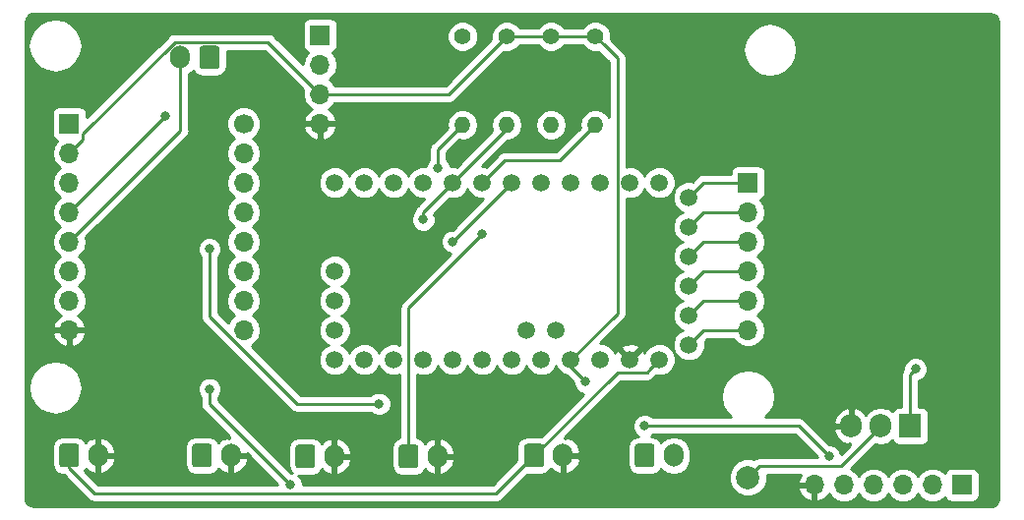
<source format=gbr>
G04 #@! TF.GenerationSoftware,KiCad,Pcbnew,5.0.2-bee76a0~70~ubuntu18.04.1*
G04 #@! TF.CreationDate,2020-05-13T22:27:55-07:00*
G04 #@! TF.ProjectId,auto-chicken-coop-door,6175746f-2d63-4686-9963-6b656e2d636f,rev?*
G04 #@! TF.SameCoordinates,Original*
G04 #@! TF.FileFunction,Copper,L1,Top*
G04 #@! TF.FilePolarity,Positive*
%FSLAX46Y46*%
G04 Gerber Fmt 4.6, Leading zero omitted, Abs format (unit mm)*
G04 Created by KiCad (PCBNEW 5.0.2-bee76a0~70~ubuntu18.04.1) date Wed 13 May 2020 10:27:55 PM PDT*
%MOMM*%
%LPD*%
G01*
G04 APERTURE LIST*
G04 #@! TA.AperFunction,ComponentPad*
%ADD10R,1.700000X1.700000*%
G04 #@! TD*
G04 #@! TA.AperFunction,ComponentPad*
%ADD11O,1.700000X1.700000*%
G04 #@! TD*
G04 #@! TA.AperFunction,Conductor*
%ADD12C,0.100000*%
G04 #@! TD*
G04 #@! TA.AperFunction,ComponentPad*
%ADD13C,1.700000*%
G04 #@! TD*
G04 #@! TA.AperFunction,ComponentPad*
%ADD14O,1.700000X2.000000*%
G04 #@! TD*
G04 #@! TA.AperFunction,ComponentPad*
%ADD15C,1.400000*%
G04 #@! TD*
G04 #@! TA.AperFunction,ComponentPad*
%ADD16O,1.400000X1.400000*%
G04 #@! TD*
G04 #@! TA.AperFunction,ComponentPad*
%ADD17C,2.000000*%
G04 #@! TD*
G04 #@! TA.AperFunction,ComponentPad*
%ADD18R,1.905000X2.000000*%
G04 #@! TD*
G04 #@! TA.AperFunction,ComponentPad*
%ADD19O,1.905000X2.000000*%
G04 #@! TD*
G04 #@! TA.AperFunction,ComponentPad*
%ADD20C,1.508000*%
G04 #@! TD*
G04 #@! TA.AperFunction,ViaPad*
%ADD21C,0.800000*%
G04 #@! TD*
G04 #@! TA.AperFunction,Conductor*
%ADD22C,0.250000*%
G04 #@! TD*
G04 #@! TA.AperFunction,Conductor*
%ADD23C,0.254000*%
G04 #@! TD*
G04 APERTURE END LIST*
D10*
G04 #@! TO.P,J1,1*
G04 #@! TO.N,Net-(J1-Pad1)*
X194945000Y-90170000D03*
D11*
G04 #@! TO.P,J1,2*
G04 #@! TO.N,Net-(J1-Pad2)*
X194945000Y-92710000D03*
G04 #@! TO.P,J1,3*
G04 #@! TO.N,Net-(J1-Pad3)*
X194945000Y-95250000D03*
G04 #@! TO.P,J1,4*
G04 #@! TO.N,Net-(J1-Pad4)*
X194945000Y-97790000D03*
G04 #@! TO.P,J1,5*
G04 #@! TO.N,Net-(J1-Pad5)*
X194945000Y-100330000D03*
G04 #@! TO.P,J1,6*
G04 #@! TO.N,Net-(J1-Pad6)*
X194945000Y-102870000D03*
G04 #@! TD*
D12*
G04 #@! TO.N,Net-(J9-Pad1)*
G04 #@! TO.C,J9*
G36*
X186679504Y-112666204D02*
X186703773Y-112669804D01*
X186727571Y-112675765D01*
X186750671Y-112684030D01*
X186772849Y-112694520D01*
X186793893Y-112707133D01*
X186813598Y-112721747D01*
X186831777Y-112738223D01*
X186848253Y-112756402D01*
X186862867Y-112776107D01*
X186875480Y-112797151D01*
X186885970Y-112819329D01*
X186894235Y-112842429D01*
X186900196Y-112866227D01*
X186903796Y-112890496D01*
X186905000Y-112915000D01*
X186905000Y-114415000D01*
X186903796Y-114439504D01*
X186900196Y-114463773D01*
X186894235Y-114487571D01*
X186885970Y-114510671D01*
X186875480Y-114532849D01*
X186862867Y-114553893D01*
X186848253Y-114573598D01*
X186831777Y-114591777D01*
X186813598Y-114608253D01*
X186793893Y-114622867D01*
X186772849Y-114635480D01*
X186750671Y-114645970D01*
X186727571Y-114654235D01*
X186703773Y-114660196D01*
X186679504Y-114663796D01*
X186655000Y-114665000D01*
X185455000Y-114665000D01*
X185430496Y-114663796D01*
X185406227Y-114660196D01*
X185382429Y-114654235D01*
X185359329Y-114645970D01*
X185337151Y-114635480D01*
X185316107Y-114622867D01*
X185296402Y-114608253D01*
X185278223Y-114591777D01*
X185261747Y-114573598D01*
X185247133Y-114553893D01*
X185234520Y-114532849D01*
X185224030Y-114510671D01*
X185215765Y-114487571D01*
X185209804Y-114463773D01*
X185206204Y-114439504D01*
X185205000Y-114415000D01*
X185205000Y-112915000D01*
X185206204Y-112890496D01*
X185209804Y-112866227D01*
X185215765Y-112842429D01*
X185224030Y-112819329D01*
X185234520Y-112797151D01*
X185247133Y-112776107D01*
X185261747Y-112756402D01*
X185278223Y-112738223D01*
X185296402Y-112721747D01*
X185316107Y-112707133D01*
X185337151Y-112694520D01*
X185359329Y-112684030D01*
X185382429Y-112675765D01*
X185406227Y-112669804D01*
X185430496Y-112666204D01*
X185455000Y-112665000D01*
X186655000Y-112665000D01*
X186679504Y-112666204D01*
X186679504Y-112666204D01*
G37*
D13*
G04 #@! TD*
G04 #@! TO.P,J9,1*
G04 #@! TO.N,Net-(J9-Pad1)*
X186055000Y-113665000D03*
D14*
G04 #@! TO.P,J9,2*
G04 #@! TO.N,Net-(J9-Pad2)*
X188555000Y-113665000D03*
G04 #@! TD*
G04 #@! TO.P,J11,2*
G04 #@! TO.N,GND*
X139025000Y-113665000D03*
D12*
G04 #@! TD*
G04 #@! TO.N,Net-(J10-Pad1)*
G04 #@! TO.C,J11*
G36*
X137149504Y-112666204D02*
X137173773Y-112669804D01*
X137197571Y-112675765D01*
X137220671Y-112684030D01*
X137242849Y-112694520D01*
X137263893Y-112707133D01*
X137283598Y-112721747D01*
X137301777Y-112738223D01*
X137318253Y-112756402D01*
X137332867Y-112776107D01*
X137345480Y-112797151D01*
X137355970Y-112819329D01*
X137364235Y-112842429D01*
X137370196Y-112866227D01*
X137373796Y-112890496D01*
X137375000Y-112915000D01*
X137375000Y-114415000D01*
X137373796Y-114439504D01*
X137370196Y-114463773D01*
X137364235Y-114487571D01*
X137355970Y-114510671D01*
X137345480Y-114532849D01*
X137332867Y-114553893D01*
X137318253Y-114573598D01*
X137301777Y-114591777D01*
X137283598Y-114608253D01*
X137263893Y-114622867D01*
X137242849Y-114635480D01*
X137220671Y-114645970D01*
X137197571Y-114654235D01*
X137173773Y-114660196D01*
X137149504Y-114663796D01*
X137125000Y-114665000D01*
X135925000Y-114665000D01*
X135900496Y-114663796D01*
X135876227Y-114660196D01*
X135852429Y-114654235D01*
X135829329Y-114645970D01*
X135807151Y-114635480D01*
X135786107Y-114622867D01*
X135766402Y-114608253D01*
X135748223Y-114591777D01*
X135731747Y-114573598D01*
X135717133Y-114553893D01*
X135704520Y-114532849D01*
X135694030Y-114510671D01*
X135685765Y-114487571D01*
X135679804Y-114463773D01*
X135676204Y-114439504D01*
X135675000Y-114415000D01*
X135675000Y-112915000D01*
X135676204Y-112890496D01*
X135679804Y-112866227D01*
X135685765Y-112842429D01*
X135694030Y-112819329D01*
X135704520Y-112797151D01*
X135717133Y-112776107D01*
X135731747Y-112756402D01*
X135748223Y-112738223D01*
X135766402Y-112721747D01*
X135786107Y-112707133D01*
X135807151Y-112694520D01*
X135829329Y-112684030D01*
X135852429Y-112675765D01*
X135876227Y-112669804D01*
X135900496Y-112666204D01*
X135925000Y-112665000D01*
X137125000Y-112665000D01*
X137149504Y-112666204D01*
X137149504Y-112666204D01*
G37*
D13*
G04 #@! TO.P,J11,1*
G04 #@! TO.N,Net-(J10-Pad1)*
X136525000Y-113665000D03*
G04 #@! TD*
D12*
G04 #@! TO.N,Net-(J10-Pad1)*
G04 #@! TO.C,J10*
G36*
X177154504Y-112666204D02*
X177178773Y-112669804D01*
X177202571Y-112675765D01*
X177225671Y-112684030D01*
X177247849Y-112694520D01*
X177268893Y-112707133D01*
X177288598Y-112721747D01*
X177306777Y-112738223D01*
X177323253Y-112756402D01*
X177337867Y-112776107D01*
X177350480Y-112797151D01*
X177360970Y-112819329D01*
X177369235Y-112842429D01*
X177375196Y-112866227D01*
X177378796Y-112890496D01*
X177380000Y-112915000D01*
X177380000Y-114415000D01*
X177378796Y-114439504D01*
X177375196Y-114463773D01*
X177369235Y-114487571D01*
X177360970Y-114510671D01*
X177350480Y-114532849D01*
X177337867Y-114553893D01*
X177323253Y-114573598D01*
X177306777Y-114591777D01*
X177288598Y-114608253D01*
X177268893Y-114622867D01*
X177247849Y-114635480D01*
X177225671Y-114645970D01*
X177202571Y-114654235D01*
X177178773Y-114660196D01*
X177154504Y-114663796D01*
X177130000Y-114665000D01*
X175930000Y-114665000D01*
X175905496Y-114663796D01*
X175881227Y-114660196D01*
X175857429Y-114654235D01*
X175834329Y-114645970D01*
X175812151Y-114635480D01*
X175791107Y-114622867D01*
X175771402Y-114608253D01*
X175753223Y-114591777D01*
X175736747Y-114573598D01*
X175722133Y-114553893D01*
X175709520Y-114532849D01*
X175699030Y-114510671D01*
X175690765Y-114487571D01*
X175684804Y-114463773D01*
X175681204Y-114439504D01*
X175680000Y-114415000D01*
X175680000Y-112915000D01*
X175681204Y-112890496D01*
X175684804Y-112866227D01*
X175690765Y-112842429D01*
X175699030Y-112819329D01*
X175709520Y-112797151D01*
X175722133Y-112776107D01*
X175736747Y-112756402D01*
X175753223Y-112738223D01*
X175771402Y-112721747D01*
X175791107Y-112707133D01*
X175812151Y-112694520D01*
X175834329Y-112684030D01*
X175857429Y-112675765D01*
X175881227Y-112669804D01*
X175905496Y-112666204D01*
X175930000Y-112665000D01*
X177130000Y-112665000D01*
X177154504Y-112666204D01*
X177154504Y-112666204D01*
G37*
D13*
G04 #@! TD*
G04 #@! TO.P,J10,1*
G04 #@! TO.N,Net-(J10-Pad1)*
X176530000Y-113665000D03*
D14*
G04 #@! TO.P,J10,2*
G04 #@! TO.N,GND*
X179030000Y-113665000D03*
G04 #@! TD*
D15*
G04 #@! TO.P,R1,1*
G04 #@! TO.N,VCC*
X174187831Y-77562341D03*
D16*
G04 #@! TO.P,R1,2*
G04 #@! TO.N,D5*
X174187831Y-85182341D03*
G04 #@! TD*
G04 #@! TO.P,R2,2*
G04 #@! TO.N,D3*
X177997831Y-85182341D03*
D15*
G04 #@! TO.P,R2,1*
G04 #@! TO.N,VCC*
X177997831Y-77562341D03*
G04 #@! TD*
G04 #@! TO.P,R3,1*
G04 #@! TO.N,VCC*
X181807831Y-77562341D03*
D16*
G04 #@! TO.P,R3,2*
G04 #@! TO.N,D4*
X181807831Y-85182341D03*
G04 #@! TD*
D17*
G04 #@! TO.P,J8,1*
G04 #@! TO.N,Net-(J8-Pad1)*
X194945000Y-115570000D03*
G04 #@! TD*
D10*
G04 #@! TO.P,U2,1*
G04 #@! TO.N,Net-(U2-Pad1)*
X213360000Y-116205000D03*
D11*
G04 #@! TO.P,U2,2*
G04 #@! TO.N,Net-(U1-PadD2)*
X210820000Y-116205000D03*
G04 #@! TO.P,U2,3*
G04 #@! TO.N,SCL*
X208280000Y-116205000D03*
G04 #@! TO.P,U2,4*
G04 #@! TO.N,SDA*
X205740000Y-116205000D03*
G04 #@! TO.P,U2,5*
G04 #@! TO.N,VCC*
X203200000Y-116205000D03*
G04 #@! TO.P,U2,6*
G04 #@! TO.N,GND*
X200660000Y-116205000D03*
G04 #@! TD*
D10*
G04 #@! TO.P,U3,1*
G04 #@! TO.N,Net-(J9-Pad1)*
X136525000Y-85090000D03*
D11*
G04 #@! TO.P,U3,2*
G04 #@! TO.N,VCC*
X136525000Y-87630000D03*
G04 #@! TO.P,U3,3*
G04 #@! TO.N,Net-(J9-Pad2)*
X136525000Y-90170000D03*
G04 #@! TO.P,U3,4*
G04 #@! TO.N,Net-(M1-Pad1)*
X136525000Y-92710000D03*
G04 #@! TO.P,U3,5*
G04 #@! TO.N,Net-(M1-Pad2)*
X136525000Y-95250000D03*
G04 #@! TO.P,U3,6*
G04 #@! TO.N,Net-(U3-Pad6)*
X136525000Y-97790000D03*
G04 #@! TO.P,U3,7*
G04 #@! TO.N,Net-(U3-Pad7)*
X136525000Y-100330000D03*
G04 #@! TO.P,U3,8*
G04 #@! TO.N,GND*
X136525000Y-102870000D03*
G04 #@! TO.P,U3,10*
G04 #@! TO.N,Net-(U1-PadD8)*
X151525000Y-87630000D03*
G04 #@! TO.P,U3,12*
G04 #@! TO.N,Net-(U1-PadD6)*
X151525000Y-92710000D03*
G04 #@! TO.P,U3,13*
G04 #@! TO.N,Net-(U3-Pad13)*
X151525000Y-95250000D03*
G04 #@! TO.P,U3,11*
G04 #@! TO.N,Net-(U1-PadD7)*
X151525000Y-90170000D03*
D13*
G04 #@! TO.P,U3,9*
G04 #@! TO.N,Net-(U1-PadD9)*
X151525000Y-85090000D03*
D11*
G04 #@! TO.P,U3,15*
G04 #@! TO.N,Net-(U3-Pad15)*
X151525000Y-100330000D03*
G04 #@! TO.P,U3,14*
G04 #@! TO.N,Net-(U3-Pad14)*
X151525000Y-97790000D03*
G04 #@! TO.P,U3,16*
G04 #@! TO.N,Net-(U3-Pad16)*
X151525000Y-102870000D03*
G04 #@! TD*
D15*
G04 #@! TO.P,R4,1*
G04 #@! TO.N,Net-(Q1-Pad1)*
X170377831Y-77562341D03*
D16*
G04 #@! TO.P,R4,2*
G04 #@! TO.N,D10*
X170377831Y-85182341D03*
G04 #@! TD*
D12*
G04 #@! TO.N,Net-(M1-Pad1)*
G04 #@! TO.C,M1*
G36*
X149214504Y-78376204D02*
X149238773Y-78379804D01*
X149262571Y-78385765D01*
X149285671Y-78394030D01*
X149307849Y-78404520D01*
X149328893Y-78417133D01*
X149348598Y-78431747D01*
X149366777Y-78448223D01*
X149383253Y-78466402D01*
X149397867Y-78486107D01*
X149410480Y-78507151D01*
X149420970Y-78529329D01*
X149429235Y-78552429D01*
X149435196Y-78576227D01*
X149438796Y-78600496D01*
X149440000Y-78625000D01*
X149440000Y-80125000D01*
X149438796Y-80149504D01*
X149435196Y-80173773D01*
X149429235Y-80197571D01*
X149420970Y-80220671D01*
X149410480Y-80242849D01*
X149397867Y-80263893D01*
X149383253Y-80283598D01*
X149366777Y-80301777D01*
X149348598Y-80318253D01*
X149328893Y-80332867D01*
X149307849Y-80345480D01*
X149285671Y-80355970D01*
X149262571Y-80364235D01*
X149238773Y-80370196D01*
X149214504Y-80373796D01*
X149190000Y-80375000D01*
X147990000Y-80375000D01*
X147965496Y-80373796D01*
X147941227Y-80370196D01*
X147917429Y-80364235D01*
X147894329Y-80355970D01*
X147872151Y-80345480D01*
X147851107Y-80332867D01*
X147831402Y-80318253D01*
X147813223Y-80301777D01*
X147796747Y-80283598D01*
X147782133Y-80263893D01*
X147769520Y-80242849D01*
X147759030Y-80220671D01*
X147750765Y-80197571D01*
X147744804Y-80173773D01*
X147741204Y-80149504D01*
X147740000Y-80125000D01*
X147740000Y-78625000D01*
X147741204Y-78600496D01*
X147744804Y-78576227D01*
X147750765Y-78552429D01*
X147759030Y-78529329D01*
X147769520Y-78507151D01*
X147782133Y-78486107D01*
X147796747Y-78466402D01*
X147813223Y-78448223D01*
X147831402Y-78431747D01*
X147851107Y-78417133D01*
X147872151Y-78404520D01*
X147894329Y-78394030D01*
X147917429Y-78385765D01*
X147941227Y-78379804D01*
X147965496Y-78376204D01*
X147990000Y-78375000D01*
X149190000Y-78375000D01*
X149214504Y-78376204D01*
X149214504Y-78376204D01*
G37*
D13*
G04 #@! TD*
G04 #@! TO.P,M1,1*
G04 #@! TO.N,Net-(M1-Pad1)*
X148590000Y-79375000D03*
D14*
G04 #@! TO.P,M1,2*
G04 #@! TO.N,Net-(M1-Pad2)*
X146090000Y-79375000D03*
G04 #@! TD*
G04 #@! TO.P,J4,2*
G04 #@! TO.N,GND*
X168235000Y-113746001D03*
D12*
G04 #@! TD*
G04 #@! TO.N,D4*
G04 #@! TO.C,J4*
G36*
X166359504Y-112747205D02*
X166383773Y-112750805D01*
X166407571Y-112756766D01*
X166430671Y-112765031D01*
X166452849Y-112775521D01*
X166473893Y-112788134D01*
X166493598Y-112802748D01*
X166511777Y-112819224D01*
X166528253Y-112837403D01*
X166542867Y-112857108D01*
X166555480Y-112878152D01*
X166565970Y-112900330D01*
X166574235Y-112923430D01*
X166580196Y-112947228D01*
X166583796Y-112971497D01*
X166585000Y-112996001D01*
X166585000Y-114496001D01*
X166583796Y-114520505D01*
X166580196Y-114544774D01*
X166574235Y-114568572D01*
X166565970Y-114591672D01*
X166555480Y-114613850D01*
X166542867Y-114634894D01*
X166528253Y-114654599D01*
X166511777Y-114672778D01*
X166493598Y-114689254D01*
X166473893Y-114703868D01*
X166452849Y-114716481D01*
X166430671Y-114726971D01*
X166407571Y-114735236D01*
X166383773Y-114741197D01*
X166359504Y-114744797D01*
X166335000Y-114746001D01*
X165135000Y-114746001D01*
X165110496Y-114744797D01*
X165086227Y-114741197D01*
X165062429Y-114735236D01*
X165039329Y-114726971D01*
X165017151Y-114716481D01*
X164996107Y-114703868D01*
X164976402Y-114689254D01*
X164958223Y-114672778D01*
X164941747Y-114654599D01*
X164927133Y-114634894D01*
X164914520Y-114613850D01*
X164904030Y-114591672D01*
X164895765Y-114568572D01*
X164889804Y-114544774D01*
X164886204Y-114520505D01*
X164885000Y-114496001D01*
X164885000Y-112996001D01*
X164886204Y-112971497D01*
X164889804Y-112947228D01*
X164895765Y-112923430D01*
X164904030Y-112900330D01*
X164914520Y-112878152D01*
X164927133Y-112857108D01*
X164941747Y-112837403D01*
X164958223Y-112819224D01*
X164976402Y-112802748D01*
X164996107Y-112788134D01*
X165017151Y-112775521D01*
X165039329Y-112765031D01*
X165062429Y-112756766D01*
X165086227Y-112750805D01*
X165110496Y-112747205D01*
X165135000Y-112746001D01*
X166335000Y-112746001D01*
X166359504Y-112747205D01*
X166359504Y-112747205D01*
G37*
D13*
G04 #@! TO.P,J4,1*
G04 #@! TO.N,D4*
X165735000Y-113746001D03*
G04 #@! TD*
D12*
G04 #@! TO.N,D3*
G04 #@! TO.C,J3*
G36*
X157469504Y-112747205D02*
X157493773Y-112750805D01*
X157517571Y-112756766D01*
X157540671Y-112765031D01*
X157562849Y-112775521D01*
X157583893Y-112788134D01*
X157603598Y-112802748D01*
X157621777Y-112819224D01*
X157638253Y-112837403D01*
X157652867Y-112857108D01*
X157665480Y-112878152D01*
X157675970Y-112900330D01*
X157684235Y-112923430D01*
X157690196Y-112947228D01*
X157693796Y-112971497D01*
X157695000Y-112996001D01*
X157695000Y-114496001D01*
X157693796Y-114520505D01*
X157690196Y-114544774D01*
X157684235Y-114568572D01*
X157675970Y-114591672D01*
X157665480Y-114613850D01*
X157652867Y-114634894D01*
X157638253Y-114654599D01*
X157621777Y-114672778D01*
X157603598Y-114689254D01*
X157583893Y-114703868D01*
X157562849Y-114716481D01*
X157540671Y-114726971D01*
X157517571Y-114735236D01*
X157493773Y-114741197D01*
X157469504Y-114744797D01*
X157445000Y-114746001D01*
X156245000Y-114746001D01*
X156220496Y-114744797D01*
X156196227Y-114741197D01*
X156172429Y-114735236D01*
X156149329Y-114726971D01*
X156127151Y-114716481D01*
X156106107Y-114703868D01*
X156086402Y-114689254D01*
X156068223Y-114672778D01*
X156051747Y-114654599D01*
X156037133Y-114634894D01*
X156024520Y-114613850D01*
X156014030Y-114591672D01*
X156005765Y-114568572D01*
X155999804Y-114544774D01*
X155996204Y-114520505D01*
X155995000Y-114496001D01*
X155995000Y-112996001D01*
X155996204Y-112971497D01*
X155999804Y-112947228D01*
X156005765Y-112923430D01*
X156014030Y-112900330D01*
X156024520Y-112878152D01*
X156037133Y-112857108D01*
X156051747Y-112837403D01*
X156068223Y-112819224D01*
X156086402Y-112802748D01*
X156106107Y-112788134D01*
X156127151Y-112775521D01*
X156149329Y-112765031D01*
X156172429Y-112756766D01*
X156196227Y-112750805D01*
X156220496Y-112747205D01*
X156245000Y-112746001D01*
X157445000Y-112746001D01*
X157469504Y-112747205D01*
X157469504Y-112747205D01*
G37*
D13*
G04 #@! TD*
G04 #@! TO.P,J3,1*
G04 #@! TO.N,D3*
X156845000Y-113746001D03*
D14*
G04 #@! TO.P,J3,2*
G04 #@! TO.N,GND*
X159345000Y-113746001D03*
G04 #@! TD*
D12*
G04 #@! TO.N,D5*
G04 #@! TO.C,J2*
G36*
X148579504Y-112666204D02*
X148603773Y-112669804D01*
X148627571Y-112675765D01*
X148650671Y-112684030D01*
X148672849Y-112694520D01*
X148693893Y-112707133D01*
X148713598Y-112721747D01*
X148731777Y-112738223D01*
X148748253Y-112756402D01*
X148762867Y-112776107D01*
X148775480Y-112797151D01*
X148785970Y-112819329D01*
X148794235Y-112842429D01*
X148800196Y-112866227D01*
X148803796Y-112890496D01*
X148805000Y-112915000D01*
X148805000Y-114415000D01*
X148803796Y-114439504D01*
X148800196Y-114463773D01*
X148794235Y-114487571D01*
X148785970Y-114510671D01*
X148775480Y-114532849D01*
X148762867Y-114553893D01*
X148748253Y-114573598D01*
X148731777Y-114591777D01*
X148713598Y-114608253D01*
X148693893Y-114622867D01*
X148672849Y-114635480D01*
X148650671Y-114645970D01*
X148627571Y-114654235D01*
X148603773Y-114660196D01*
X148579504Y-114663796D01*
X148555000Y-114665000D01*
X147355000Y-114665000D01*
X147330496Y-114663796D01*
X147306227Y-114660196D01*
X147282429Y-114654235D01*
X147259329Y-114645970D01*
X147237151Y-114635480D01*
X147216107Y-114622867D01*
X147196402Y-114608253D01*
X147178223Y-114591777D01*
X147161747Y-114573598D01*
X147147133Y-114553893D01*
X147134520Y-114532849D01*
X147124030Y-114510671D01*
X147115765Y-114487571D01*
X147109804Y-114463773D01*
X147106204Y-114439504D01*
X147105000Y-114415000D01*
X147105000Y-112915000D01*
X147106204Y-112890496D01*
X147109804Y-112866227D01*
X147115765Y-112842429D01*
X147124030Y-112819329D01*
X147134520Y-112797151D01*
X147147133Y-112776107D01*
X147161747Y-112756402D01*
X147178223Y-112738223D01*
X147196402Y-112721747D01*
X147216107Y-112707133D01*
X147237151Y-112694520D01*
X147259329Y-112684030D01*
X147282429Y-112675765D01*
X147306227Y-112669804D01*
X147330496Y-112666204D01*
X147355000Y-112665000D01*
X148555000Y-112665000D01*
X148579504Y-112666204D01*
X148579504Y-112666204D01*
G37*
D13*
G04 #@! TD*
G04 #@! TO.P,J2,1*
G04 #@! TO.N,D5*
X147955000Y-113665000D03*
D14*
G04 #@! TO.P,J2,2*
G04 #@! TO.N,GND*
X150455000Y-113665000D03*
G04 #@! TD*
D10*
G04 #@! TO.P,U4,1*
G04 #@! TO.N,SDA*
X158115000Y-77470000D03*
D11*
G04 #@! TO.P,U4,2*
G04 #@! TO.N,SCL*
X158115000Y-80010000D03*
G04 #@! TO.P,U4,3*
G04 #@! TO.N,VCC*
X158115000Y-82550000D03*
G04 #@! TO.P,U4,4*
G04 #@! TO.N,GND*
X158115000Y-85090000D03*
G04 #@! TD*
D18*
G04 #@! TO.P,Q1,1*
G04 #@! TO.N,Net-(Q1-Pad1)*
X208915000Y-111125000D03*
D19*
G04 #@! TO.P,Q1,2*
G04 #@! TO.N,Net-(J8-Pad1)*
X206375000Y-111125000D03*
G04 #@! TO.P,Q1,3*
G04 #@! TO.N,GND*
X203835000Y-111125000D03*
G04 #@! TD*
D20*
G04 #@! TO.P,U1,A5*
G04 #@! TO.N,SCL*
X178435000Y-102870000D03*
G04 #@! TO.P,U1,A4*
G04 #@! TO.N,SDA*
X175895000Y-102870000D03*
G04 #@! TO.P,U1,TX@1*
G04 #@! TO.N,Net-(J1-Pad2)*
X189865000Y-93980000D03*
G04 #@! TO.P,U1,RX@1*
G04 #@! TO.N,Net-(J1-Pad3)*
X189865000Y-96520000D03*
G04 #@! TO.P,U1,VCC@1*
G04 #@! TO.N,Net-(J1-Pad4)*
X189865000Y-99060000D03*
G04 #@! TO.P,U1,GND@2*
G04 #@! TO.N,Net-(J1-Pad5)*
X189865000Y-101600000D03*
G04 #@! TO.P,U1,GND@3*
G04 #@! TO.N,N/C*
X159385000Y-97790000D03*
G04 #@! TO.P,U1,A6*
G04 #@! TO.N,Net-(U1-PadA6)*
X159385000Y-100330000D03*
G04 #@! TO.P,U1,A7*
G04 #@! TO.N,Net-(U1-PadA7)*
X159385000Y-102870000D03*
G04 #@! TO.P,U1,RAW*
G04 #@! TO.N,Net-(J10-Pad1)*
X187325000Y-105410000D03*
G04 #@! TO.P,U1,GND@1*
G04 #@! TO.N,GND*
X184785000Y-105410000D03*
G04 #@! TO.P,U1,RST*
G04 #@! TO.N,Net-(U1-PadRST)*
X182245000Y-105410000D03*
G04 #@! TO.P,U1,VCC*
G04 #@! TO.N,VCC*
X179705000Y-105410000D03*
G04 #@! TO.P,U1,A3*
G04 #@! TO.N,Net-(U1-PadA3)*
X177165000Y-105410000D03*
G04 #@! TO.P,U1,D3*
G04 #@! TO.N,D3*
X174625000Y-90170000D03*
G04 #@! TO.P,U1,DTR*
G04 #@! TO.N,Net-(J1-Pad1)*
X189865000Y-91440000D03*
G04 #@! TO.P,U1,TX*
G04 #@! TO.N,Net-(U1-PadTX)*
X187325000Y-90170000D03*
G04 #@! TO.P,U1,RX*
G04 #@! TO.N,Net-(U1-PadRX)*
X184785000Y-90170000D03*
G04 #@! TO.P,U1,RST@1*
G04 #@! TO.N,Net-(U1-PadRST@1)*
X182245000Y-90170000D03*
G04 #@! TO.P,U1,GND*
G04 #@! TO.N,Net-(U1-PadGND)*
X179705000Y-90170000D03*
G04 #@! TO.P,U1,D2*
G04 #@! TO.N,Net-(U1-PadD2)*
X177165000Y-90170000D03*
G04 #@! TO.P,U1,D4*
G04 #@! TO.N,D4*
X172085000Y-90170000D03*
G04 #@! TO.P,U1,D5*
G04 #@! TO.N,D5*
X169545000Y-90170000D03*
G04 #@! TO.P,U1,D6*
G04 #@! TO.N,Net-(U1-PadD6)*
X167005000Y-90170000D03*
G04 #@! TO.P,U1,D7*
G04 #@! TO.N,Net-(U1-PadD7)*
X164465000Y-90170000D03*
G04 #@! TO.P,U1,D8*
G04 #@! TO.N,Net-(U1-PadD8)*
X161925000Y-90170000D03*
G04 #@! TO.P,U1,D9*
G04 #@! TO.N,Net-(U1-PadD9)*
X159385000Y-90170000D03*
G04 #@! TO.P,U1,D10*
G04 #@! TO.N,D10*
X159385000Y-105410000D03*
G04 #@! TO.P,U1,D11*
G04 #@! TO.N,Net-(U1-PadD11)*
X161925000Y-105410000D03*
G04 #@! TO.P,U1,D12*
G04 #@! TO.N,Net-(U1-PadD12)*
X164465000Y-105410000D03*
G04 #@! TO.P,U1,D13*
G04 #@! TO.N,Net-(U1-PadD13)*
X167005000Y-105410000D03*
G04 #@! TO.P,U1,A0*
G04 #@! TO.N,Net-(U1-PadA0)*
X169545000Y-105410000D03*
G04 #@! TO.P,U1,A1*
G04 #@! TO.N,Net-(U1-PadA1)*
X172085000Y-105410000D03*
G04 #@! TO.P,U1,A2*
G04 #@! TO.N,Net-(U1-PadA2)*
X174625000Y-105410000D03*
G04 #@! TO.P,U1,BLK*
G04 #@! TO.N,Net-(J1-Pad6)*
X189865000Y-104140000D03*
G04 #@! TD*
D21*
G04 #@! TO.N,Net-(Q1-Pad1)*
X209364160Y-106230840D03*
G04 #@! TO.N,VCC*
X180975000Y-107315000D03*
X186055000Y-111125000D03*
X201930000Y-113753295D03*
G04 #@! TO.N,Net-(M1-Pad1)*
X144780000Y-84455000D03*
G04 #@! TO.N,D5*
X167005000Y-93345000D03*
G04 #@! TO.N,D3*
X169545000Y-95250000D03*
G04 #@! TO.N,D4*
X172085000Y-94615000D03*
G04 #@! TO.N,D10*
X168275000Y-88900000D03*
G04 #@! TO.N,Net-(J9-Pad1)*
X148590000Y-95885000D03*
X163195000Y-109220000D03*
G04 #@! TO.N,Net-(J9-Pad2)*
X148590000Y-107950000D03*
X155575000Y-116205000D03*
G04 #@! TD*
D22*
G04 #@! TO.N,Net-(Q1-Pad1)*
X208915000Y-106680000D02*
X209364160Y-106230840D01*
X208915000Y-111125000D02*
X208915000Y-106680000D01*
G04 #@! TO.N,VCC*
X153614990Y-78049990D02*
X157265001Y-81700001D01*
X145603295Y-78049990D02*
X153614990Y-78049990D01*
X157265001Y-81700001D02*
X158115000Y-82550000D01*
X137700001Y-86454999D02*
X137700001Y-85953284D01*
X137700001Y-85953284D02*
X145603295Y-78049990D01*
X136525000Y-87630000D02*
X137700001Y-86454999D01*
X169200172Y-82550000D02*
X174187831Y-77562341D01*
X158115000Y-82550000D02*
X169200172Y-82550000D01*
X175177780Y-77562341D02*
X177997831Y-77562341D01*
X174187831Y-77562341D02*
X175177780Y-77562341D01*
X178987780Y-77562341D02*
X181807831Y-77562341D01*
X177997831Y-77562341D02*
X178987780Y-77562341D01*
X182507830Y-78262340D02*
X181807831Y-77562341D01*
X183705999Y-79460509D02*
X182507830Y-78262340D01*
X183705999Y-101409001D02*
X183705999Y-79460509D01*
X179705000Y-105410000D02*
X183705999Y-101409001D01*
X179705000Y-105410000D02*
X179705000Y-106045000D01*
X179705000Y-106045000D02*
X180975000Y-107315000D01*
X186055000Y-111125000D02*
X199301705Y-111125000D01*
X199301705Y-111125000D02*
X201930000Y-113753295D01*
G04 #@! TO.N,Net-(M1-Pad1)*
X136525000Y-92710000D02*
X144780000Y-84455000D01*
G04 #@! TO.N,Net-(M1-Pad2)*
X146090000Y-85685000D02*
X136525000Y-95250000D01*
X146090000Y-79375000D02*
X146090000Y-85685000D01*
G04 #@! TO.N,D5*
X174187831Y-85527169D02*
X174187831Y-85182341D01*
X169545000Y-90170000D02*
X174187831Y-85527169D01*
X167005000Y-92710000D02*
X169545000Y-90170000D01*
X167005000Y-93345000D02*
X167005000Y-92710000D01*
G04 #@! TO.N,D3*
X174625000Y-90170000D02*
X169545000Y-95250000D01*
G04 #@! TO.N,D4*
X165735000Y-113746001D02*
X165735000Y-100965000D01*
X165735000Y-100965000D02*
X172085000Y-94615000D01*
X172838999Y-89416001D02*
X172085000Y-90170000D01*
X173990000Y-88265000D02*
X172838999Y-89416001D01*
X178725172Y-88265000D02*
X173990000Y-88265000D01*
X181807831Y-85182341D02*
X178725172Y-88265000D01*
G04 #@! TO.N,D10*
X168275000Y-87285172D02*
X170377831Y-85182341D01*
X168275000Y-88900000D02*
X168275000Y-87285172D01*
G04 #@! TO.N,Net-(J8-Pad1)*
X206375000Y-111172500D02*
X206375000Y-111125000D01*
X202977499Y-114570001D02*
X206375000Y-111172500D01*
X195944999Y-114570001D02*
X202977499Y-114570001D01*
X194945000Y-115570000D02*
X195944999Y-114570001D01*
G04 #@! TO.N,Net-(J9-Pad1)*
X156135998Y-109220000D02*
X163195000Y-109220000D01*
X148590000Y-95885000D02*
X148590000Y-101674002D01*
X148590000Y-101674002D02*
X156135998Y-109220000D01*
G04 #@! TO.N,Net-(J9-Pad2)*
X148590000Y-107950000D02*
X148590000Y-109220000D01*
X148590000Y-109220000D02*
X155575000Y-116205000D01*
G04 #@! TO.N,Net-(J10-Pad1)*
X186571001Y-106163999D02*
X187325000Y-105410000D01*
X183705999Y-106489001D02*
X186245999Y-106489001D01*
X186245999Y-106489001D02*
X186571001Y-106163999D01*
X176530000Y-113665000D02*
X183705999Y-106489001D01*
X175624447Y-114570553D02*
X176530000Y-113665000D01*
X136525000Y-114765000D02*
X138690001Y-116930001D01*
X173264999Y-116930001D02*
X175624447Y-114570553D01*
X138690001Y-116930001D02*
X173264999Y-116930001D01*
X136525000Y-113665000D02*
X136525000Y-114765000D01*
G04 #@! TO.N,Net-(J1-Pad2)*
X191135000Y-92710000D02*
X189865000Y-93980000D01*
X194945000Y-92710000D02*
X191135000Y-92710000D01*
G04 #@! TO.N,Net-(J1-Pad4)*
X191135000Y-97790000D02*
X189865000Y-99060000D01*
X194945000Y-97790000D02*
X191135000Y-97790000D01*
G04 #@! TO.N,Net-(J1-Pad5)*
X191135000Y-100330000D02*
X189865000Y-101600000D01*
X194945000Y-100330000D02*
X191135000Y-100330000D01*
G04 #@! TO.N,Net-(J1-Pad1)*
X191135000Y-90170000D02*
X189865000Y-91440000D01*
X194945000Y-90170000D02*
X191135000Y-90170000D01*
G04 #@! TO.N,Net-(J1-Pad6)*
X191135000Y-102870000D02*
X189865000Y-104140000D01*
X194945000Y-102870000D02*
X191135000Y-102870000D01*
G04 #@! TO.N,Net-(J1-Pad3)*
X191135000Y-95250000D02*
X189865000Y-96520000D01*
X194945000Y-95250000D02*
X191135000Y-95250000D01*
G04 #@! TD*
D23*
G04 #@! TO.N,GND*
G36*
X216087787Y-75684065D02*
X216252920Y-75779405D01*
X216375488Y-75925477D01*
X216451555Y-76134465D01*
X216460001Y-76231007D01*
X216460000Y-117412881D01*
X216415935Y-117662787D01*
X216320596Y-117827919D01*
X216174524Y-117950488D01*
X215965532Y-118026555D01*
X215869004Y-118035000D01*
X133412119Y-118035000D01*
X133162213Y-117990935D01*
X132997081Y-117895596D01*
X132874512Y-117749524D01*
X132798445Y-117540532D01*
X132790000Y-117444004D01*
X132790000Y-107823000D01*
X133001000Y-107823000D01*
X133115038Y-108543010D01*
X133445990Y-109192540D01*
X133961460Y-109708010D01*
X134610990Y-110038962D01*
X135331000Y-110153000D01*
X136051010Y-110038962D01*
X136700540Y-109708010D01*
X137216010Y-109192540D01*
X137546962Y-108543010D01*
X137661000Y-107823000D01*
X137546962Y-107102990D01*
X137216010Y-106453460D01*
X136700540Y-105937990D01*
X136051010Y-105607038D01*
X135331000Y-105493000D01*
X134610990Y-105607038D01*
X133961460Y-105937990D01*
X133445990Y-106453460D01*
X133115038Y-107102990D01*
X133001000Y-107823000D01*
X132790000Y-107823000D01*
X132790000Y-103226890D01*
X135083524Y-103226890D01*
X135253355Y-103636924D01*
X135643642Y-104065183D01*
X136168108Y-104311486D01*
X136398000Y-104190819D01*
X136398000Y-102997000D01*
X136652000Y-102997000D01*
X136652000Y-104190819D01*
X136881892Y-104311486D01*
X137406358Y-104065183D01*
X137796645Y-103636924D01*
X137966476Y-103226890D01*
X137845155Y-102997000D01*
X136652000Y-102997000D01*
X136398000Y-102997000D01*
X135204845Y-102997000D01*
X135083524Y-103226890D01*
X132790000Y-103226890D01*
X132790000Y-87630000D01*
X135010908Y-87630000D01*
X135126161Y-88209418D01*
X135454375Y-88700625D01*
X135752761Y-88900000D01*
X135454375Y-89099375D01*
X135126161Y-89590582D01*
X135010908Y-90170000D01*
X135126161Y-90749418D01*
X135454375Y-91240625D01*
X135752761Y-91440000D01*
X135454375Y-91639375D01*
X135126161Y-92130582D01*
X135010908Y-92710000D01*
X135126161Y-93289418D01*
X135454375Y-93780625D01*
X135752761Y-93980000D01*
X135454375Y-94179375D01*
X135126161Y-94670582D01*
X135010908Y-95250000D01*
X135126161Y-95829418D01*
X135454375Y-96320625D01*
X135752761Y-96520000D01*
X135454375Y-96719375D01*
X135126161Y-97210582D01*
X135010908Y-97790000D01*
X135126161Y-98369418D01*
X135454375Y-98860625D01*
X135752761Y-99060000D01*
X135454375Y-99259375D01*
X135126161Y-99750582D01*
X135010908Y-100330000D01*
X135126161Y-100909418D01*
X135454375Y-101400625D01*
X135773478Y-101613843D01*
X135643642Y-101674817D01*
X135253355Y-102103076D01*
X135083524Y-102513110D01*
X135204845Y-102743000D01*
X136398000Y-102743000D01*
X136398000Y-102723000D01*
X136652000Y-102723000D01*
X136652000Y-102743000D01*
X137845155Y-102743000D01*
X137966476Y-102513110D01*
X137796645Y-102103076D01*
X137406358Y-101674817D01*
X137276522Y-101613843D01*
X137595625Y-101400625D01*
X137923839Y-100909418D01*
X138039092Y-100330000D01*
X137923839Y-99750582D01*
X137595625Y-99259375D01*
X137297239Y-99060000D01*
X137595625Y-98860625D01*
X137923839Y-98369418D01*
X138039092Y-97790000D01*
X137923839Y-97210582D01*
X137595625Y-96719375D01*
X137297239Y-96520000D01*
X137595625Y-96320625D01*
X137923839Y-95829418D01*
X137953733Y-95679126D01*
X147555000Y-95679126D01*
X147555000Y-96090874D01*
X147712569Y-96471280D01*
X147830000Y-96588711D01*
X147830001Y-101599150D01*
X147815112Y-101674002D01*
X147874097Y-101970539D01*
X147996747Y-102154097D01*
X148042072Y-102221931D01*
X148105528Y-102264331D01*
X155545668Y-109704472D01*
X155588069Y-109767929D01*
X155651525Y-109810329D01*
X155839460Y-109935904D01*
X155887603Y-109945480D01*
X156061146Y-109980000D01*
X156061150Y-109980000D01*
X156135998Y-109994888D01*
X156210846Y-109980000D01*
X162491289Y-109980000D01*
X162608720Y-110097431D01*
X162989126Y-110255000D01*
X163400874Y-110255000D01*
X163781280Y-110097431D01*
X164072431Y-109806280D01*
X164230000Y-109425874D01*
X164230000Y-109014126D01*
X164072431Y-108633720D01*
X163781280Y-108342569D01*
X163400874Y-108185000D01*
X162989126Y-108185000D01*
X162608720Y-108342569D01*
X162491289Y-108460000D01*
X156450800Y-108460000D01*
X152197466Y-104206666D01*
X152595625Y-103940625D01*
X152923839Y-103449418D01*
X153039092Y-102870000D01*
X152923839Y-102290582D01*
X152595625Y-101799375D01*
X152297239Y-101600000D01*
X152595625Y-101400625D01*
X152923839Y-100909418D01*
X153039092Y-100330000D01*
X152923839Y-99750582D01*
X152595625Y-99259375D01*
X152297239Y-99060000D01*
X152595625Y-98860625D01*
X152923839Y-98369418D01*
X153039092Y-97790000D01*
X152923839Y-97210582D01*
X152595625Y-96719375D01*
X152297239Y-96520000D01*
X152595625Y-96320625D01*
X152923839Y-95829418D01*
X153039092Y-95250000D01*
X152923839Y-94670582D01*
X152595625Y-94179375D01*
X152297239Y-93980000D01*
X152595625Y-93780625D01*
X152923839Y-93289418D01*
X153039092Y-92710000D01*
X152923839Y-92130582D01*
X152595625Y-91639375D01*
X152297239Y-91440000D01*
X152595625Y-91240625D01*
X152923839Y-90749418D01*
X153039092Y-90170000D01*
X152923839Y-89590582D01*
X152595625Y-89099375D01*
X152297239Y-88900000D01*
X152595625Y-88700625D01*
X152923839Y-88209418D01*
X153039092Y-87630000D01*
X152923839Y-87050582D01*
X152595625Y-86559375D01*
X152313389Y-86370791D01*
X152366185Y-86348922D01*
X152783922Y-85931185D01*
X152984523Y-85446890D01*
X156673524Y-85446890D01*
X156843355Y-85856924D01*
X157233642Y-86285183D01*
X157758108Y-86531486D01*
X157988000Y-86410819D01*
X157988000Y-85217000D01*
X158242000Y-85217000D01*
X158242000Y-86410819D01*
X158471892Y-86531486D01*
X158996358Y-86285183D01*
X159386645Y-85856924D01*
X159556476Y-85446890D01*
X159435155Y-85217000D01*
X158242000Y-85217000D01*
X157988000Y-85217000D01*
X156794845Y-85217000D01*
X156673524Y-85446890D01*
X152984523Y-85446890D01*
X153010000Y-85385385D01*
X153010000Y-84794615D01*
X152783922Y-84248815D01*
X152366185Y-83831078D01*
X151820385Y-83605000D01*
X151229615Y-83605000D01*
X150683815Y-83831078D01*
X150266078Y-84248815D01*
X150040000Y-84794615D01*
X150040000Y-85385385D01*
X150266078Y-85931185D01*
X150683815Y-86348922D01*
X150736611Y-86370791D01*
X150454375Y-86559375D01*
X150126161Y-87050582D01*
X150010908Y-87630000D01*
X150126161Y-88209418D01*
X150454375Y-88700625D01*
X150752761Y-88900000D01*
X150454375Y-89099375D01*
X150126161Y-89590582D01*
X150010908Y-90170000D01*
X150126161Y-90749418D01*
X150454375Y-91240625D01*
X150752761Y-91440000D01*
X150454375Y-91639375D01*
X150126161Y-92130582D01*
X150010908Y-92710000D01*
X150126161Y-93289418D01*
X150454375Y-93780625D01*
X150752761Y-93980000D01*
X150454375Y-94179375D01*
X150126161Y-94670582D01*
X150010908Y-95250000D01*
X150126161Y-95829418D01*
X150454375Y-96320625D01*
X150752761Y-96520000D01*
X150454375Y-96719375D01*
X150126161Y-97210582D01*
X150010908Y-97790000D01*
X150126161Y-98369418D01*
X150454375Y-98860625D01*
X150752761Y-99060000D01*
X150454375Y-99259375D01*
X150126161Y-99750582D01*
X150010908Y-100330000D01*
X150126161Y-100909418D01*
X150454375Y-101400625D01*
X150752761Y-101600000D01*
X150454375Y-101799375D01*
X150188333Y-102197534D01*
X149350000Y-101359201D01*
X149350000Y-96588711D01*
X149467431Y-96471280D01*
X149625000Y-96090874D01*
X149625000Y-95679126D01*
X149467431Y-95298720D01*
X149176280Y-95007569D01*
X148795874Y-94850000D01*
X148384126Y-94850000D01*
X148003720Y-95007569D01*
X147712569Y-95298720D01*
X147555000Y-95679126D01*
X137953733Y-95679126D01*
X138039092Y-95250000D01*
X137966209Y-94883592D01*
X146574473Y-86275329D01*
X146637929Y-86232929D01*
X146696800Y-86144822D01*
X146805904Y-85981538D01*
X146830691Y-85856924D01*
X146850000Y-85759852D01*
X146850000Y-85759848D01*
X146864888Y-85685000D01*
X146850000Y-85610152D01*
X146850000Y-80803178D01*
X147160625Y-80595625D01*
X147203242Y-80531844D01*
X147355414Y-80759586D01*
X147646565Y-80954126D01*
X147990000Y-81022440D01*
X149190000Y-81022440D01*
X149533435Y-80954126D01*
X149824586Y-80759586D01*
X150019126Y-80468435D01*
X150087440Y-80125000D01*
X150087440Y-78809990D01*
X153300189Y-78809990D01*
X156673791Y-82183593D01*
X156600908Y-82550000D01*
X156716161Y-83129418D01*
X157044375Y-83620625D01*
X157363478Y-83833843D01*
X157233642Y-83894817D01*
X156843355Y-84323076D01*
X156673524Y-84733110D01*
X156794845Y-84963000D01*
X157988000Y-84963000D01*
X157988000Y-84943000D01*
X158242000Y-84943000D01*
X158242000Y-84963000D01*
X159435155Y-84963000D01*
X159556476Y-84733110D01*
X159386645Y-84323076D01*
X158996358Y-83894817D01*
X158866522Y-83833843D01*
X159185625Y-83620625D01*
X159393178Y-83310000D01*
X169125325Y-83310000D01*
X169200172Y-83324888D01*
X169275019Y-83310000D01*
X169275024Y-83310000D01*
X169496709Y-83265904D01*
X169748101Y-83097929D01*
X169790503Y-83034470D01*
X173927633Y-78897341D01*
X174453379Y-78897341D01*
X174944048Y-78694099D01*
X175315806Y-78322341D01*
X176869856Y-78322341D01*
X177241614Y-78694099D01*
X177732283Y-78897341D01*
X178263379Y-78897341D01*
X178754048Y-78694099D01*
X179125806Y-78322341D01*
X180679856Y-78322341D01*
X181051614Y-78694099D01*
X181542283Y-78897341D01*
X182068030Y-78897341D01*
X182946000Y-79775312D01*
X182946000Y-84482795D01*
X182770312Y-84219860D01*
X182328722Y-83924799D01*
X181939316Y-83847341D01*
X181676346Y-83847341D01*
X181286940Y-83924799D01*
X180845350Y-84219860D01*
X180550289Y-84661450D01*
X180446677Y-85182341D01*
X180494186Y-85421184D01*
X178410371Y-87505000D01*
X174064846Y-87505000D01*
X173989999Y-87490112D01*
X173915152Y-87505000D01*
X173915148Y-87505000D01*
X173693463Y-87549096D01*
X173442071Y-87717071D01*
X173399671Y-87780527D01*
X172388095Y-88792104D01*
X172361289Y-88781000D01*
X172008801Y-88781000D01*
X174272461Y-86517341D01*
X174319316Y-86517341D01*
X174708722Y-86439883D01*
X175150312Y-86144822D01*
X175445373Y-85703232D01*
X175548985Y-85182341D01*
X176636677Y-85182341D01*
X176740289Y-85703232D01*
X177035350Y-86144822D01*
X177476940Y-86439883D01*
X177866346Y-86517341D01*
X178129316Y-86517341D01*
X178518722Y-86439883D01*
X178960312Y-86144822D01*
X179255373Y-85703232D01*
X179358985Y-85182341D01*
X179255373Y-84661450D01*
X178960312Y-84219860D01*
X178518722Y-83924799D01*
X178129316Y-83847341D01*
X177866346Y-83847341D01*
X177476940Y-83924799D01*
X177035350Y-84219860D01*
X176740289Y-84661450D01*
X176636677Y-85182341D01*
X175548985Y-85182341D01*
X175445373Y-84661450D01*
X175150312Y-84219860D01*
X174708722Y-83924799D01*
X174319316Y-83847341D01*
X174056346Y-83847341D01*
X173666940Y-83924799D01*
X173225350Y-84219860D01*
X172930289Y-84661450D01*
X172826677Y-85182341D01*
X172930289Y-85703232D01*
X172932963Y-85707235D01*
X169848095Y-88792104D01*
X169821289Y-88781000D01*
X169310000Y-88781000D01*
X169310000Y-88694126D01*
X169152431Y-88313720D01*
X169035000Y-88196289D01*
X169035000Y-87599973D01*
X170138988Y-86495986D01*
X170246346Y-86517341D01*
X170509316Y-86517341D01*
X170898722Y-86439883D01*
X171340312Y-86144822D01*
X171635373Y-85703232D01*
X171738985Y-85182341D01*
X171635373Y-84661450D01*
X171340312Y-84219860D01*
X170898722Y-83924799D01*
X170509316Y-83847341D01*
X170246346Y-83847341D01*
X169856940Y-83924799D01*
X169415350Y-84219860D01*
X169120289Y-84661450D01*
X169016677Y-85182341D01*
X169064186Y-85421184D01*
X167790528Y-86694843D01*
X167727072Y-86737243D01*
X167684672Y-86800699D01*
X167684671Y-86800700D01*
X167559097Y-86988635D01*
X167500112Y-87285172D01*
X167515001Y-87360023D01*
X167515000Y-88196289D01*
X167397569Y-88313720D01*
X167240000Y-88694126D01*
X167240000Y-88781000D01*
X166728711Y-88781000D01*
X166218195Y-88992463D01*
X165827463Y-89383195D01*
X165735000Y-89606420D01*
X165642537Y-89383195D01*
X165251805Y-88992463D01*
X164741289Y-88781000D01*
X164188711Y-88781000D01*
X163678195Y-88992463D01*
X163287463Y-89383195D01*
X163195000Y-89606420D01*
X163102537Y-89383195D01*
X162711805Y-88992463D01*
X162201289Y-88781000D01*
X161648711Y-88781000D01*
X161138195Y-88992463D01*
X160747463Y-89383195D01*
X160655000Y-89606420D01*
X160562537Y-89383195D01*
X160171805Y-88992463D01*
X159661289Y-88781000D01*
X159108711Y-88781000D01*
X158598195Y-88992463D01*
X158207463Y-89383195D01*
X157996000Y-89893711D01*
X157996000Y-90446289D01*
X158207463Y-90956805D01*
X158598195Y-91347537D01*
X159108711Y-91559000D01*
X159661289Y-91559000D01*
X160171805Y-91347537D01*
X160562537Y-90956805D01*
X160655000Y-90733580D01*
X160747463Y-90956805D01*
X161138195Y-91347537D01*
X161648711Y-91559000D01*
X162201289Y-91559000D01*
X162711805Y-91347537D01*
X163102537Y-90956805D01*
X163195000Y-90733580D01*
X163287463Y-90956805D01*
X163678195Y-91347537D01*
X164188711Y-91559000D01*
X164741289Y-91559000D01*
X165251805Y-91347537D01*
X165642537Y-90956805D01*
X165735000Y-90733580D01*
X165827463Y-90956805D01*
X166218195Y-91347537D01*
X166728711Y-91559000D01*
X167081198Y-91559000D01*
X166520528Y-92119671D01*
X166457072Y-92162071D01*
X166289096Y-92413463D01*
X166245000Y-92635148D01*
X166245000Y-92635153D01*
X166243476Y-92642813D01*
X166127569Y-92758720D01*
X165970000Y-93139126D01*
X165970000Y-93550874D01*
X166127569Y-93931280D01*
X166418720Y-94222431D01*
X166799126Y-94380000D01*
X167210874Y-94380000D01*
X167591280Y-94222431D01*
X167882431Y-93931280D01*
X168040000Y-93550874D01*
X168040000Y-93139126D01*
X167925970Y-92863832D01*
X169241906Y-91547897D01*
X169268711Y-91559000D01*
X169821289Y-91559000D01*
X170331805Y-91347537D01*
X170722537Y-90956805D01*
X170815000Y-90733580D01*
X170907463Y-90956805D01*
X171298195Y-91347537D01*
X171808711Y-91559000D01*
X172161198Y-91559000D01*
X169505199Y-94215000D01*
X169339126Y-94215000D01*
X168958720Y-94372569D01*
X168667569Y-94663720D01*
X168510000Y-95044126D01*
X168510000Y-95455874D01*
X168667569Y-95836280D01*
X168958720Y-96127431D01*
X169339126Y-96285000D01*
X169340198Y-96285000D01*
X165250528Y-100374671D01*
X165187072Y-100417071D01*
X165019097Y-100668463D01*
X164989219Y-100818672D01*
X164960112Y-100965000D01*
X164975001Y-101039852D01*
X164975001Y-104117807D01*
X164741289Y-104021000D01*
X164188711Y-104021000D01*
X163678195Y-104232463D01*
X163287463Y-104623195D01*
X163195000Y-104846420D01*
X163102537Y-104623195D01*
X162711805Y-104232463D01*
X162201289Y-104021000D01*
X161648711Y-104021000D01*
X161138195Y-104232463D01*
X160747463Y-104623195D01*
X160655000Y-104846420D01*
X160562537Y-104623195D01*
X160171805Y-104232463D01*
X159948580Y-104140000D01*
X160171805Y-104047537D01*
X160562537Y-103656805D01*
X160774000Y-103146289D01*
X160774000Y-102593711D01*
X160562537Y-102083195D01*
X160171805Y-101692463D01*
X159948580Y-101600000D01*
X160171805Y-101507537D01*
X160562537Y-101116805D01*
X160774000Y-100606289D01*
X160774000Y-100053711D01*
X160562537Y-99543195D01*
X160171805Y-99152463D01*
X159948580Y-99060000D01*
X160171805Y-98967537D01*
X160562537Y-98576805D01*
X160774000Y-98066289D01*
X160774000Y-97513711D01*
X160562537Y-97003195D01*
X160171805Y-96612463D01*
X159661289Y-96401000D01*
X159108711Y-96401000D01*
X158598195Y-96612463D01*
X158207463Y-97003195D01*
X157996000Y-97513711D01*
X157996000Y-98066289D01*
X158207463Y-98576805D01*
X158598195Y-98967537D01*
X158821420Y-99060000D01*
X158598195Y-99152463D01*
X158207463Y-99543195D01*
X157996000Y-100053711D01*
X157996000Y-100606289D01*
X158207463Y-101116805D01*
X158598195Y-101507537D01*
X158821420Y-101600000D01*
X158598195Y-101692463D01*
X158207463Y-102083195D01*
X157996000Y-102593711D01*
X157996000Y-103146289D01*
X158207463Y-103656805D01*
X158598195Y-104047537D01*
X158821420Y-104140000D01*
X158598195Y-104232463D01*
X158207463Y-104623195D01*
X157996000Y-105133711D01*
X157996000Y-105686289D01*
X158207463Y-106196805D01*
X158598195Y-106587537D01*
X159108711Y-106799000D01*
X159661289Y-106799000D01*
X160171805Y-106587537D01*
X160562537Y-106196805D01*
X160655000Y-105973580D01*
X160747463Y-106196805D01*
X161138195Y-106587537D01*
X161648711Y-106799000D01*
X162201289Y-106799000D01*
X162711805Y-106587537D01*
X163102537Y-106196805D01*
X163195000Y-105973580D01*
X163287463Y-106196805D01*
X163678195Y-106587537D01*
X164188711Y-106799000D01*
X164741289Y-106799000D01*
X164975001Y-106702193D01*
X164975000Y-112130387D01*
X164791565Y-112166875D01*
X164500414Y-112361415D01*
X164305874Y-112652566D01*
X164237560Y-112996001D01*
X164237560Y-114496001D01*
X164305874Y-114839436D01*
X164500414Y-115130587D01*
X164791565Y-115325127D01*
X165135000Y-115393441D01*
X166335000Y-115393441D01*
X166678435Y-115325127D01*
X166969586Y-115130587D01*
X167146648Y-114865594D01*
X167342955Y-115084665D01*
X167865740Y-115335554D01*
X167878110Y-115337477D01*
X168108000Y-115216156D01*
X168108000Y-113873001D01*
X168362000Y-113873001D01*
X168362000Y-115216156D01*
X168591890Y-115337477D01*
X168604260Y-115335554D01*
X169127045Y-115084665D01*
X169514024Y-114652813D01*
X169706284Y-114105743D01*
X169562231Y-113873001D01*
X168362000Y-113873001D01*
X168108000Y-113873001D01*
X168088000Y-113873001D01*
X168088000Y-113619001D01*
X168108000Y-113619001D01*
X168108000Y-112275846D01*
X168362000Y-112275846D01*
X168362000Y-113619001D01*
X169562231Y-113619001D01*
X169706284Y-113386259D01*
X169514024Y-112839189D01*
X169127045Y-112407337D01*
X168604260Y-112156448D01*
X168591890Y-112154525D01*
X168362000Y-112275846D01*
X168108000Y-112275846D01*
X167878110Y-112154525D01*
X167865740Y-112156448D01*
X167342955Y-112407337D01*
X167146648Y-112626408D01*
X166969586Y-112361415D01*
X166678435Y-112166875D01*
X166495000Y-112130387D01*
X166495000Y-106702194D01*
X166728711Y-106799000D01*
X167281289Y-106799000D01*
X167791805Y-106587537D01*
X168182537Y-106196805D01*
X168275000Y-105973580D01*
X168367463Y-106196805D01*
X168758195Y-106587537D01*
X169268711Y-106799000D01*
X169821289Y-106799000D01*
X170331805Y-106587537D01*
X170722537Y-106196805D01*
X170815000Y-105973580D01*
X170907463Y-106196805D01*
X171298195Y-106587537D01*
X171808711Y-106799000D01*
X172361289Y-106799000D01*
X172871805Y-106587537D01*
X173262537Y-106196805D01*
X173355000Y-105973580D01*
X173447463Y-106196805D01*
X173838195Y-106587537D01*
X174348711Y-106799000D01*
X174901289Y-106799000D01*
X175411805Y-106587537D01*
X175802537Y-106196805D01*
X175895000Y-105973580D01*
X175987463Y-106196805D01*
X176378195Y-106587537D01*
X176888711Y-106799000D01*
X177441289Y-106799000D01*
X177951805Y-106587537D01*
X178342537Y-106196805D01*
X178435000Y-105973580D01*
X178527463Y-106196805D01*
X178918195Y-106587537D01*
X179352724Y-106767525D01*
X179940000Y-107354802D01*
X179940000Y-107520874D01*
X180097569Y-107901280D01*
X180388720Y-108192431D01*
X180769126Y-108350000D01*
X180770198Y-108350000D01*
X177102639Y-112017560D01*
X175930000Y-112017560D01*
X175586565Y-112085874D01*
X175295414Y-112280414D01*
X175100874Y-112571565D01*
X175032560Y-112915000D01*
X175032560Y-114087637D01*
X172950198Y-116170001D01*
X156610000Y-116170001D01*
X156610000Y-115999126D01*
X156452431Y-115618720D01*
X156222720Y-115389009D01*
X156245000Y-115393441D01*
X157445000Y-115393441D01*
X157788435Y-115325127D01*
X158079586Y-115130587D01*
X158256648Y-114865594D01*
X158452955Y-115084665D01*
X158975740Y-115335554D01*
X158988110Y-115337477D01*
X159218000Y-115216156D01*
X159218000Y-113873001D01*
X159472000Y-113873001D01*
X159472000Y-115216156D01*
X159701890Y-115337477D01*
X159714260Y-115335554D01*
X160237045Y-115084665D01*
X160624024Y-114652813D01*
X160816284Y-114105743D01*
X160672231Y-113873001D01*
X159472000Y-113873001D01*
X159218000Y-113873001D01*
X159198000Y-113873001D01*
X159198000Y-113619001D01*
X159218000Y-113619001D01*
X159218000Y-112275846D01*
X159472000Y-112275846D01*
X159472000Y-113619001D01*
X160672231Y-113619001D01*
X160816284Y-113386259D01*
X160624024Y-112839189D01*
X160237045Y-112407337D01*
X159714260Y-112156448D01*
X159701890Y-112154525D01*
X159472000Y-112275846D01*
X159218000Y-112275846D01*
X158988110Y-112154525D01*
X158975740Y-112156448D01*
X158452955Y-112407337D01*
X158256648Y-112626408D01*
X158079586Y-112361415D01*
X157788435Y-112166875D01*
X157445000Y-112098561D01*
X156245000Y-112098561D01*
X155901565Y-112166875D01*
X155610414Y-112361415D01*
X155415874Y-112652566D01*
X155347560Y-112996001D01*
X155347560Y-114496001D01*
X155415874Y-114839436D01*
X155610414Y-115130587D01*
X155669400Y-115170000D01*
X155614802Y-115170000D01*
X149350000Y-108905199D01*
X149350000Y-108653711D01*
X149467431Y-108536280D01*
X149625000Y-108155874D01*
X149625000Y-107744126D01*
X149467431Y-107363720D01*
X149176280Y-107072569D01*
X148795874Y-106915000D01*
X148384126Y-106915000D01*
X148003720Y-107072569D01*
X147712569Y-107363720D01*
X147555000Y-107744126D01*
X147555000Y-108155874D01*
X147712569Y-108536280D01*
X147830001Y-108653712D01*
X147830001Y-109145149D01*
X147815112Y-109220000D01*
X147830001Y-109294852D01*
X147874097Y-109516537D01*
X148042072Y-109767929D01*
X148105528Y-109810329D01*
X150327998Y-112032799D01*
X150327998Y-112194844D01*
X150098110Y-112073524D01*
X150085740Y-112075447D01*
X149562955Y-112326336D01*
X149366648Y-112545407D01*
X149189586Y-112280414D01*
X148898435Y-112085874D01*
X148555000Y-112017560D01*
X147355000Y-112017560D01*
X147011565Y-112085874D01*
X146720414Y-112280414D01*
X146525874Y-112571565D01*
X146457560Y-112915000D01*
X146457560Y-114415000D01*
X146525874Y-114758435D01*
X146720414Y-115049586D01*
X147011565Y-115244126D01*
X147355000Y-115312440D01*
X148555000Y-115312440D01*
X148898435Y-115244126D01*
X149189586Y-115049586D01*
X149366648Y-114784593D01*
X149562955Y-115003664D01*
X150085740Y-115254553D01*
X150098110Y-115256476D01*
X150328000Y-115135155D01*
X150328000Y-113792000D01*
X150582000Y-113792000D01*
X150582000Y-115135155D01*
X150811890Y-115256476D01*
X150824260Y-115254553D01*
X151347045Y-115003664D01*
X151734024Y-114571812D01*
X151926284Y-114024742D01*
X151782231Y-113792000D01*
X150582000Y-113792000D01*
X150328000Y-113792000D01*
X150308000Y-113792000D01*
X150308000Y-113538000D01*
X150328000Y-113538000D01*
X150328000Y-113518000D01*
X150582000Y-113518000D01*
X150582000Y-113538000D01*
X151782231Y-113538000D01*
X151801716Y-113506518D01*
X154465199Y-116170001D01*
X139004803Y-116170001D01*
X137809574Y-114974773D01*
X137936648Y-114784593D01*
X138132955Y-115003664D01*
X138655740Y-115254553D01*
X138668110Y-115256476D01*
X138898000Y-115135155D01*
X138898000Y-113792000D01*
X139152000Y-113792000D01*
X139152000Y-115135155D01*
X139381890Y-115256476D01*
X139394260Y-115254553D01*
X139917045Y-115003664D01*
X140304024Y-114571812D01*
X140496284Y-114024742D01*
X140352231Y-113792000D01*
X139152000Y-113792000D01*
X138898000Y-113792000D01*
X138878000Y-113792000D01*
X138878000Y-113538000D01*
X138898000Y-113538000D01*
X138898000Y-112194845D01*
X139152000Y-112194845D01*
X139152000Y-113538000D01*
X140352231Y-113538000D01*
X140496284Y-113305258D01*
X140304024Y-112758188D01*
X139917045Y-112326336D01*
X139394260Y-112075447D01*
X139381890Y-112073524D01*
X139152000Y-112194845D01*
X138898000Y-112194845D01*
X138668110Y-112073524D01*
X138655740Y-112075447D01*
X138132955Y-112326336D01*
X137936648Y-112545407D01*
X137759586Y-112280414D01*
X137468435Y-112085874D01*
X137125000Y-112017560D01*
X135925000Y-112017560D01*
X135581565Y-112085874D01*
X135290414Y-112280414D01*
X135095874Y-112571565D01*
X135027560Y-112915000D01*
X135027560Y-114415000D01*
X135095874Y-114758435D01*
X135290414Y-115049586D01*
X135581565Y-115244126D01*
X135925000Y-115312440D01*
X135976745Y-115312440D01*
X135977072Y-115312929D01*
X136040528Y-115355329D01*
X138099672Y-117414474D01*
X138142072Y-117477930D01*
X138205528Y-117520330D01*
X138393463Y-117645905D01*
X138429922Y-117653157D01*
X138615149Y-117690001D01*
X138615153Y-117690001D01*
X138690001Y-117704889D01*
X138764849Y-117690001D01*
X173190152Y-117690001D01*
X173264999Y-117704889D01*
X173339846Y-117690001D01*
X173339851Y-117690001D01*
X173561536Y-117645905D01*
X173812928Y-117477930D01*
X173855330Y-117414471D01*
X175957363Y-115312440D01*
X177130000Y-115312440D01*
X177473435Y-115244126D01*
X177764586Y-115049586D01*
X177941648Y-114784593D01*
X178137955Y-115003664D01*
X178660740Y-115254553D01*
X178673110Y-115256476D01*
X178903000Y-115135155D01*
X178903000Y-113792000D01*
X179157000Y-113792000D01*
X179157000Y-115135155D01*
X179386890Y-115256476D01*
X179399260Y-115254553D01*
X179922045Y-115003664D01*
X180309024Y-114571812D01*
X180501284Y-114024742D01*
X180357231Y-113792000D01*
X179157000Y-113792000D01*
X178903000Y-113792000D01*
X178883000Y-113792000D01*
X178883000Y-113538000D01*
X178903000Y-113538000D01*
X178903000Y-113518000D01*
X179157000Y-113518000D01*
X179157000Y-113538000D01*
X180357231Y-113538000D01*
X180501284Y-113305258D01*
X180364134Y-112915000D01*
X184557560Y-112915000D01*
X184557560Y-114415000D01*
X184625874Y-114758435D01*
X184820414Y-115049586D01*
X185111565Y-115244126D01*
X185455000Y-115312440D01*
X186655000Y-115312440D01*
X186998435Y-115244126D01*
X187289586Y-115049586D01*
X187441758Y-114821844D01*
X187484375Y-114885625D01*
X187975583Y-115213839D01*
X188555000Y-115329092D01*
X189134418Y-115213839D01*
X189625625Y-114885625D01*
X189953839Y-114394417D01*
X190040000Y-113961255D01*
X190040000Y-113368744D01*
X189953839Y-112935582D01*
X189625625Y-112444375D01*
X189134417Y-112116161D01*
X188555000Y-112000908D01*
X187975582Y-112116161D01*
X187484375Y-112444375D01*
X187441758Y-112508156D01*
X187289586Y-112280414D01*
X186998435Y-112085874D01*
X186655000Y-112017560D01*
X186604755Y-112017560D01*
X186641280Y-112002431D01*
X186758711Y-111885000D01*
X198986904Y-111885000D01*
X200895000Y-113793098D01*
X200895000Y-113810001D01*
X196019845Y-113810001D01*
X195944998Y-113795113D01*
X195870151Y-113810001D01*
X195870147Y-113810001D01*
X195648462Y-113854097D01*
X195428971Y-114000756D01*
X195270222Y-113935000D01*
X194619778Y-113935000D01*
X194018847Y-114183914D01*
X193558914Y-114643847D01*
X193310000Y-115244778D01*
X193310000Y-115895222D01*
X193558914Y-116496153D01*
X194018847Y-116956086D01*
X194619778Y-117205000D01*
X195270222Y-117205000D01*
X195871153Y-116956086D01*
X196265347Y-116561892D01*
X199218514Y-116561892D01*
X199464817Y-117086358D01*
X199893076Y-117476645D01*
X200303110Y-117646476D01*
X200533000Y-117525155D01*
X200533000Y-116332000D01*
X199339181Y-116332000D01*
X199218514Y-116561892D01*
X196265347Y-116561892D01*
X196331086Y-116496153D01*
X196580000Y-115895222D01*
X196580000Y-115330001D01*
X199461831Y-115330001D01*
X199218514Y-115848108D01*
X199339181Y-116078000D01*
X200533000Y-116078000D01*
X200533000Y-116058000D01*
X200787000Y-116058000D01*
X200787000Y-116078000D01*
X200807000Y-116078000D01*
X200807000Y-116332000D01*
X200787000Y-116332000D01*
X200787000Y-117525155D01*
X201016890Y-117646476D01*
X201426924Y-117476645D01*
X201855183Y-117086358D01*
X201916157Y-116956522D01*
X202129375Y-117275625D01*
X202620582Y-117603839D01*
X203053744Y-117690000D01*
X203346256Y-117690000D01*
X203779418Y-117603839D01*
X204270625Y-117275625D01*
X204470000Y-116977239D01*
X204669375Y-117275625D01*
X205160582Y-117603839D01*
X205593744Y-117690000D01*
X205886256Y-117690000D01*
X206319418Y-117603839D01*
X206810625Y-117275625D01*
X207010000Y-116977239D01*
X207209375Y-117275625D01*
X207700582Y-117603839D01*
X208133744Y-117690000D01*
X208426256Y-117690000D01*
X208859418Y-117603839D01*
X209350625Y-117275625D01*
X209550000Y-116977239D01*
X209749375Y-117275625D01*
X210240582Y-117603839D01*
X210673744Y-117690000D01*
X210966256Y-117690000D01*
X211399418Y-117603839D01*
X211890625Y-117275625D01*
X211902816Y-117257381D01*
X211911843Y-117302765D01*
X212052191Y-117512809D01*
X212262235Y-117653157D01*
X212510000Y-117702440D01*
X214210000Y-117702440D01*
X214457765Y-117653157D01*
X214667809Y-117512809D01*
X214808157Y-117302765D01*
X214857440Y-117055000D01*
X214857440Y-115355000D01*
X214808157Y-115107235D01*
X214667809Y-114897191D01*
X214457765Y-114756843D01*
X214210000Y-114707560D01*
X212510000Y-114707560D01*
X212262235Y-114756843D01*
X212052191Y-114897191D01*
X211911843Y-115107235D01*
X211902816Y-115152619D01*
X211890625Y-115134375D01*
X211399418Y-114806161D01*
X210966256Y-114720000D01*
X210673744Y-114720000D01*
X210240582Y-114806161D01*
X209749375Y-115134375D01*
X209550000Y-115432761D01*
X209350625Y-115134375D01*
X208859418Y-114806161D01*
X208426256Y-114720000D01*
X208133744Y-114720000D01*
X207700582Y-114806161D01*
X207209375Y-115134375D01*
X207010000Y-115432761D01*
X206810625Y-115134375D01*
X206319418Y-114806161D01*
X205886256Y-114720000D01*
X205593744Y-114720000D01*
X205160582Y-114806161D01*
X204669375Y-115134375D01*
X204470000Y-115432761D01*
X204270625Y-115134375D01*
X203801431Y-114820870D01*
X205921424Y-112700878D01*
X206375000Y-112791100D01*
X206994410Y-112667891D01*
X207386491Y-112405912D01*
X207504691Y-112582809D01*
X207714735Y-112723157D01*
X207962500Y-112772440D01*
X209867500Y-112772440D01*
X210115265Y-112723157D01*
X210325309Y-112582809D01*
X210465657Y-112372765D01*
X210514940Y-112125000D01*
X210514940Y-110125000D01*
X210465657Y-109877235D01*
X210325309Y-109667191D01*
X210115265Y-109526843D01*
X209867500Y-109477560D01*
X209675000Y-109477560D01*
X209675000Y-107222362D01*
X209950440Y-107108271D01*
X210241591Y-106817120D01*
X210399160Y-106436714D01*
X210399160Y-106024966D01*
X210241591Y-105644560D01*
X209950440Y-105353409D01*
X209570034Y-105195840D01*
X209158286Y-105195840D01*
X208777880Y-105353409D01*
X208486729Y-105644560D01*
X208329160Y-106024966D01*
X208329160Y-106188810D01*
X208324672Y-106195527D01*
X208324671Y-106195528D01*
X208199097Y-106383463D01*
X208140112Y-106680000D01*
X208155001Y-106754852D01*
X208155000Y-109477560D01*
X207962500Y-109477560D01*
X207714735Y-109526843D01*
X207504691Y-109667191D01*
X207386491Y-109844088D01*
X206994411Y-109582109D01*
X206375000Y-109458900D01*
X205755590Y-109582109D01*
X205230477Y-109932977D01*
X205095841Y-110134474D01*
X204701924Y-109749027D01*
X204207980Y-109534437D01*
X203962000Y-109654406D01*
X203962000Y-110998000D01*
X203982000Y-110998000D01*
X203982000Y-111252000D01*
X203962000Y-111252000D01*
X203962000Y-111272000D01*
X203708000Y-111272000D01*
X203708000Y-111252000D01*
X202409428Y-111252000D01*
X202282620Y-111498864D01*
X202525682Y-112068091D01*
X202968076Y-112500973D01*
X203462020Y-112715563D01*
X203707998Y-112595595D01*
X203707998Y-112760000D01*
X203712699Y-112760000D01*
X202953366Y-113519333D01*
X202807431Y-113167015D01*
X202516280Y-112875864D01*
X202135874Y-112718295D01*
X201969803Y-112718295D01*
X200002643Y-110751136D01*
X202282620Y-110751136D01*
X202409428Y-110998000D01*
X203708000Y-110998000D01*
X203708000Y-109654406D01*
X203462020Y-109534437D01*
X202968076Y-109749027D01*
X202525682Y-110181909D01*
X202282620Y-110751136D01*
X200002643Y-110751136D01*
X199892036Y-110640530D01*
X199849634Y-110577071D01*
X199598242Y-110409096D01*
X199376557Y-110365000D01*
X199376552Y-110365000D01*
X199301705Y-110350112D01*
X199226858Y-110365000D01*
X196419550Y-110365000D01*
X196830010Y-109954540D01*
X197160962Y-109305010D01*
X197275000Y-108585000D01*
X197160962Y-107864990D01*
X196830010Y-107215460D01*
X196314540Y-106699990D01*
X195665010Y-106369038D01*
X194945000Y-106255000D01*
X194224990Y-106369038D01*
X193575460Y-106699990D01*
X193059990Y-107215460D01*
X192729038Y-107864990D01*
X192615000Y-108585000D01*
X192729038Y-109305010D01*
X193059990Y-109954540D01*
X193470450Y-110365000D01*
X186758711Y-110365000D01*
X186641280Y-110247569D01*
X186260874Y-110090000D01*
X185849126Y-110090000D01*
X185468720Y-110247569D01*
X185177569Y-110538720D01*
X185020000Y-110919126D01*
X185020000Y-111330874D01*
X185177569Y-111711280D01*
X185468720Y-112002431D01*
X185505245Y-112017560D01*
X185455000Y-112017560D01*
X185111565Y-112085874D01*
X184820414Y-112280414D01*
X184625874Y-112571565D01*
X184557560Y-112915000D01*
X180364134Y-112915000D01*
X180309024Y-112758188D01*
X179922045Y-112326336D01*
X179399260Y-112075447D01*
X179386890Y-112073524D01*
X179157002Y-112194844D01*
X179157002Y-112112799D01*
X184020801Y-107249001D01*
X186171152Y-107249001D01*
X186245999Y-107263889D01*
X186320846Y-107249001D01*
X186320851Y-107249001D01*
X186542536Y-107204905D01*
X186793928Y-107036930D01*
X186836330Y-106973471D01*
X187021905Y-106787896D01*
X187048711Y-106799000D01*
X187601289Y-106799000D01*
X188111805Y-106587537D01*
X188502537Y-106196805D01*
X188714000Y-105686289D01*
X188714000Y-105133711D01*
X188502537Y-104623195D01*
X188111805Y-104232463D01*
X187601289Y-104021000D01*
X187048711Y-104021000D01*
X186538195Y-104232463D01*
X186147463Y-104623195D01*
X186061592Y-104830505D01*
X186000772Y-104683671D01*
X185759416Y-104615189D01*
X184964605Y-105410000D01*
X184978748Y-105424143D01*
X184799143Y-105603748D01*
X184785000Y-105589605D01*
X184770858Y-105603748D01*
X184591253Y-105424143D01*
X184605395Y-105410000D01*
X183810584Y-104615189D01*
X183569228Y-104683671D01*
X183512989Y-104841565D01*
X183422537Y-104623195D01*
X183234926Y-104435584D01*
X183990189Y-104435584D01*
X184785000Y-105230395D01*
X185579811Y-104435584D01*
X185511329Y-104194228D01*
X184990786Y-104008819D01*
X184438912Y-104036727D01*
X184058671Y-104194228D01*
X183990189Y-104435584D01*
X183234926Y-104435584D01*
X183031805Y-104232463D01*
X182521289Y-104021000D01*
X182168801Y-104021000D01*
X184190472Y-101999330D01*
X184253928Y-101956930D01*
X184421903Y-101705538D01*
X184465999Y-101483853D01*
X184465999Y-101483849D01*
X184480887Y-101409002D01*
X184465999Y-101334155D01*
X184465999Y-91541308D01*
X184508711Y-91559000D01*
X185061289Y-91559000D01*
X185571805Y-91347537D01*
X185962537Y-90956805D01*
X186055000Y-90733580D01*
X186147463Y-90956805D01*
X186538195Y-91347537D01*
X187048711Y-91559000D01*
X187601289Y-91559000D01*
X188111805Y-91347537D01*
X188295631Y-91163711D01*
X188476000Y-91163711D01*
X188476000Y-91716289D01*
X188687463Y-92226805D01*
X189078195Y-92617537D01*
X189301420Y-92710000D01*
X189078195Y-92802463D01*
X188687463Y-93193195D01*
X188476000Y-93703711D01*
X188476000Y-94256289D01*
X188687463Y-94766805D01*
X189078195Y-95157537D01*
X189301420Y-95250000D01*
X189078195Y-95342463D01*
X188687463Y-95733195D01*
X188476000Y-96243711D01*
X188476000Y-96796289D01*
X188687463Y-97306805D01*
X189078195Y-97697537D01*
X189301420Y-97790000D01*
X189078195Y-97882463D01*
X188687463Y-98273195D01*
X188476000Y-98783711D01*
X188476000Y-99336289D01*
X188687463Y-99846805D01*
X189078195Y-100237537D01*
X189301420Y-100330000D01*
X189078195Y-100422463D01*
X188687463Y-100813195D01*
X188476000Y-101323711D01*
X188476000Y-101876289D01*
X188687463Y-102386805D01*
X189078195Y-102777537D01*
X189301420Y-102870000D01*
X189078195Y-102962463D01*
X188687463Y-103353195D01*
X188476000Y-103863711D01*
X188476000Y-104416289D01*
X188687463Y-104926805D01*
X189078195Y-105317537D01*
X189588711Y-105529000D01*
X190141289Y-105529000D01*
X190651805Y-105317537D01*
X191042537Y-104926805D01*
X191254000Y-104416289D01*
X191254000Y-103863711D01*
X191242897Y-103836905D01*
X191449802Y-103630000D01*
X193666822Y-103630000D01*
X193874375Y-103940625D01*
X194365582Y-104268839D01*
X194798744Y-104355000D01*
X195091256Y-104355000D01*
X195524418Y-104268839D01*
X196015625Y-103940625D01*
X196343839Y-103449418D01*
X196459092Y-102870000D01*
X196343839Y-102290582D01*
X196015625Y-101799375D01*
X195717239Y-101600000D01*
X196015625Y-101400625D01*
X196343839Y-100909418D01*
X196459092Y-100330000D01*
X196343839Y-99750582D01*
X196015625Y-99259375D01*
X195717239Y-99060000D01*
X196015625Y-98860625D01*
X196343839Y-98369418D01*
X196459092Y-97790000D01*
X196343839Y-97210582D01*
X196015625Y-96719375D01*
X195717239Y-96520000D01*
X196015625Y-96320625D01*
X196343839Y-95829418D01*
X196459092Y-95250000D01*
X196343839Y-94670582D01*
X196015625Y-94179375D01*
X195717239Y-93980000D01*
X196015625Y-93780625D01*
X196343839Y-93289418D01*
X196459092Y-92710000D01*
X196343839Y-92130582D01*
X196015625Y-91639375D01*
X195997381Y-91627184D01*
X196042765Y-91618157D01*
X196252809Y-91477809D01*
X196393157Y-91267765D01*
X196442440Y-91020000D01*
X196442440Y-89320000D01*
X196393157Y-89072235D01*
X196252809Y-88862191D01*
X196042765Y-88721843D01*
X195795000Y-88672560D01*
X194095000Y-88672560D01*
X193847235Y-88721843D01*
X193637191Y-88862191D01*
X193496843Y-89072235D01*
X193447560Y-89320000D01*
X193447560Y-89410000D01*
X191209846Y-89410000D01*
X191134999Y-89395112D01*
X191060152Y-89410000D01*
X191060148Y-89410000D01*
X190838463Y-89454096D01*
X190587071Y-89622071D01*
X190544671Y-89685527D01*
X190168095Y-90062103D01*
X190141289Y-90051000D01*
X189588711Y-90051000D01*
X189078195Y-90262463D01*
X188687463Y-90653195D01*
X188476000Y-91163711D01*
X188295631Y-91163711D01*
X188502537Y-90956805D01*
X188714000Y-90446289D01*
X188714000Y-89893711D01*
X188502537Y-89383195D01*
X188111805Y-88992463D01*
X187601289Y-88781000D01*
X187048711Y-88781000D01*
X186538195Y-88992463D01*
X186147463Y-89383195D01*
X186055000Y-89606420D01*
X185962537Y-89383195D01*
X185571805Y-88992463D01*
X185061289Y-88781000D01*
X184508711Y-88781000D01*
X184465999Y-88798692D01*
X184465999Y-79535357D01*
X184480887Y-79460509D01*
X184465999Y-79385661D01*
X184465999Y-79385657D01*
X184421903Y-79163972D01*
X184421903Y-79163971D01*
X184296328Y-78976036D01*
X184253928Y-78912580D01*
X184190472Y-78870180D01*
X184060292Y-78740000D01*
X194520000Y-78740000D01*
X194634038Y-79460010D01*
X194964990Y-80109540D01*
X195480460Y-80625010D01*
X196129990Y-80955962D01*
X196850000Y-81070000D01*
X197570010Y-80955962D01*
X198219540Y-80625010D01*
X198735010Y-80109540D01*
X199065962Y-79460010D01*
X199180000Y-78740000D01*
X199065962Y-78019990D01*
X198735010Y-77370460D01*
X198219540Y-76854990D01*
X197570010Y-76524038D01*
X196850000Y-76410000D01*
X196129990Y-76524038D01*
X195480460Y-76854990D01*
X194964990Y-77370460D01*
X194634038Y-78019990D01*
X194520000Y-78740000D01*
X184060292Y-78740000D01*
X183142831Y-77822540D01*
X183142831Y-77296793D01*
X182939589Y-76806124D01*
X182564048Y-76430583D01*
X182073379Y-76227341D01*
X181542283Y-76227341D01*
X181051614Y-76430583D01*
X180679856Y-76802341D01*
X179125806Y-76802341D01*
X178754048Y-76430583D01*
X178263379Y-76227341D01*
X177732283Y-76227341D01*
X177241614Y-76430583D01*
X176869856Y-76802341D01*
X175315806Y-76802341D01*
X174944048Y-76430583D01*
X174453379Y-76227341D01*
X173922283Y-76227341D01*
X173431614Y-76430583D01*
X173056073Y-76806124D01*
X172852831Y-77296793D01*
X172852831Y-77822539D01*
X168885371Y-81790000D01*
X159393178Y-81790000D01*
X159185625Y-81479375D01*
X158887239Y-81280000D01*
X159185625Y-81080625D01*
X159513839Y-80589418D01*
X159629092Y-80010000D01*
X159513839Y-79430582D01*
X159185625Y-78939375D01*
X159167381Y-78927184D01*
X159212765Y-78918157D01*
X159422809Y-78777809D01*
X159563157Y-78567765D01*
X159612440Y-78320000D01*
X159612440Y-77296793D01*
X169042831Y-77296793D01*
X169042831Y-77827889D01*
X169246073Y-78318558D01*
X169621614Y-78694099D01*
X170112283Y-78897341D01*
X170643379Y-78897341D01*
X171134048Y-78694099D01*
X171509589Y-78318558D01*
X171712831Y-77827889D01*
X171712831Y-77296793D01*
X171509589Y-76806124D01*
X171134048Y-76430583D01*
X170643379Y-76227341D01*
X170112283Y-76227341D01*
X169621614Y-76430583D01*
X169246073Y-76806124D01*
X169042831Y-77296793D01*
X159612440Y-77296793D01*
X159612440Y-76620000D01*
X159563157Y-76372235D01*
X159422809Y-76162191D01*
X159212765Y-76021843D01*
X158965000Y-75972560D01*
X157265000Y-75972560D01*
X157017235Y-76021843D01*
X156807191Y-76162191D01*
X156666843Y-76372235D01*
X156617560Y-76620000D01*
X156617560Y-78320000D01*
X156666843Y-78567765D01*
X156807191Y-78777809D01*
X157017235Y-78918157D01*
X157062619Y-78927184D01*
X157044375Y-78939375D01*
X156716161Y-79430582D01*
X156609020Y-79969218D01*
X154205321Y-77565520D01*
X154162919Y-77502061D01*
X153911527Y-77334086D01*
X153689842Y-77289990D01*
X153689837Y-77289990D01*
X153614990Y-77275102D01*
X153540143Y-77289990D01*
X145678143Y-77289990D01*
X145603295Y-77275102D01*
X145528447Y-77289990D01*
X145528443Y-77289990D01*
X145306758Y-77334086D01*
X145055366Y-77502061D01*
X145012966Y-77565517D01*
X138022440Y-84556044D01*
X138022440Y-84240000D01*
X137973157Y-83992235D01*
X137832809Y-83782191D01*
X137622765Y-83641843D01*
X137375000Y-83592560D01*
X135675000Y-83592560D01*
X135427235Y-83641843D01*
X135217191Y-83782191D01*
X135076843Y-83992235D01*
X135027560Y-84240000D01*
X135027560Y-85940000D01*
X135076843Y-86187765D01*
X135217191Y-86397809D01*
X135427235Y-86538157D01*
X135472619Y-86547184D01*
X135454375Y-86559375D01*
X135126161Y-87050582D01*
X135010908Y-87630000D01*
X132790000Y-87630000D01*
X132790000Y-78359000D01*
X132976000Y-78359000D01*
X133090038Y-79079010D01*
X133420990Y-79728540D01*
X133936460Y-80244010D01*
X134585990Y-80574962D01*
X135306000Y-80689000D01*
X136026010Y-80574962D01*
X136675540Y-80244010D01*
X137191010Y-79728540D01*
X137521962Y-79079010D01*
X137636000Y-78359000D01*
X137521962Y-77638990D01*
X137191010Y-76989460D01*
X136675540Y-76473990D01*
X136026010Y-76143038D01*
X135306000Y-76029000D01*
X134585990Y-76143038D01*
X133936460Y-76473990D01*
X133420990Y-76989460D01*
X133090038Y-77638990D01*
X132976000Y-78359000D01*
X132790000Y-78359000D01*
X132790000Y-76262119D01*
X132834065Y-76012213D01*
X132929405Y-75847080D01*
X133075477Y-75724512D01*
X133284465Y-75648445D01*
X133380996Y-75640000D01*
X215837881Y-75640000D01*
X216087787Y-75684065D01*
X216087787Y-75684065D01*
G37*
X216087787Y-75684065D02*
X216252920Y-75779405D01*
X216375488Y-75925477D01*
X216451555Y-76134465D01*
X216460001Y-76231007D01*
X216460000Y-117412881D01*
X216415935Y-117662787D01*
X216320596Y-117827919D01*
X216174524Y-117950488D01*
X215965532Y-118026555D01*
X215869004Y-118035000D01*
X133412119Y-118035000D01*
X133162213Y-117990935D01*
X132997081Y-117895596D01*
X132874512Y-117749524D01*
X132798445Y-117540532D01*
X132790000Y-117444004D01*
X132790000Y-107823000D01*
X133001000Y-107823000D01*
X133115038Y-108543010D01*
X133445990Y-109192540D01*
X133961460Y-109708010D01*
X134610990Y-110038962D01*
X135331000Y-110153000D01*
X136051010Y-110038962D01*
X136700540Y-109708010D01*
X137216010Y-109192540D01*
X137546962Y-108543010D01*
X137661000Y-107823000D01*
X137546962Y-107102990D01*
X137216010Y-106453460D01*
X136700540Y-105937990D01*
X136051010Y-105607038D01*
X135331000Y-105493000D01*
X134610990Y-105607038D01*
X133961460Y-105937990D01*
X133445990Y-106453460D01*
X133115038Y-107102990D01*
X133001000Y-107823000D01*
X132790000Y-107823000D01*
X132790000Y-103226890D01*
X135083524Y-103226890D01*
X135253355Y-103636924D01*
X135643642Y-104065183D01*
X136168108Y-104311486D01*
X136398000Y-104190819D01*
X136398000Y-102997000D01*
X136652000Y-102997000D01*
X136652000Y-104190819D01*
X136881892Y-104311486D01*
X137406358Y-104065183D01*
X137796645Y-103636924D01*
X137966476Y-103226890D01*
X137845155Y-102997000D01*
X136652000Y-102997000D01*
X136398000Y-102997000D01*
X135204845Y-102997000D01*
X135083524Y-103226890D01*
X132790000Y-103226890D01*
X132790000Y-87630000D01*
X135010908Y-87630000D01*
X135126161Y-88209418D01*
X135454375Y-88700625D01*
X135752761Y-88900000D01*
X135454375Y-89099375D01*
X135126161Y-89590582D01*
X135010908Y-90170000D01*
X135126161Y-90749418D01*
X135454375Y-91240625D01*
X135752761Y-91440000D01*
X135454375Y-91639375D01*
X135126161Y-92130582D01*
X135010908Y-92710000D01*
X135126161Y-93289418D01*
X135454375Y-93780625D01*
X135752761Y-93980000D01*
X135454375Y-94179375D01*
X135126161Y-94670582D01*
X135010908Y-95250000D01*
X135126161Y-95829418D01*
X135454375Y-96320625D01*
X135752761Y-96520000D01*
X135454375Y-96719375D01*
X135126161Y-97210582D01*
X135010908Y-97790000D01*
X135126161Y-98369418D01*
X135454375Y-98860625D01*
X135752761Y-99060000D01*
X135454375Y-99259375D01*
X135126161Y-99750582D01*
X135010908Y-100330000D01*
X135126161Y-100909418D01*
X135454375Y-101400625D01*
X135773478Y-101613843D01*
X135643642Y-101674817D01*
X135253355Y-102103076D01*
X135083524Y-102513110D01*
X135204845Y-102743000D01*
X136398000Y-102743000D01*
X136398000Y-102723000D01*
X136652000Y-102723000D01*
X136652000Y-102743000D01*
X137845155Y-102743000D01*
X137966476Y-102513110D01*
X137796645Y-102103076D01*
X137406358Y-101674817D01*
X137276522Y-101613843D01*
X137595625Y-101400625D01*
X137923839Y-100909418D01*
X138039092Y-100330000D01*
X137923839Y-99750582D01*
X137595625Y-99259375D01*
X137297239Y-99060000D01*
X137595625Y-98860625D01*
X137923839Y-98369418D01*
X138039092Y-97790000D01*
X137923839Y-97210582D01*
X137595625Y-96719375D01*
X137297239Y-96520000D01*
X137595625Y-96320625D01*
X137923839Y-95829418D01*
X137953733Y-95679126D01*
X147555000Y-95679126D01*
X147555000Y-96090874D01*
X147712569Y-96471280D01*
X147830000Y-96588711D01*
X147830001Y-101599150D01*
X147815112Y-101674002D01*
X147874097Y-101970539D01*
X147996747Y-102154097D01*
X148042072Y-102221931D01*
X148105528Y-102264331D01*
X155545668Y-109704472D01*
X155588069Y-109767929D01*
X155651525Y-109810329D01*
X155839460Y-109935904D01*
X155887603Y-109945480D01*
X156061146Y-109980000D01*
X156061150Y-109980000D01*
X156135998Y-109994888D01*
X156210846Y-109980000D01*
X162491289Y-109980000D01*
X162608720Y-110097431D01*
X162989126Y-110255000D01*
X163400874Y-110255000D01*
X163781280Y-110097431D01*
X164072431Y-109806280D01*
X164230000Y-109425874D01*
X164230000Y-109014126D01*
X164072431Y-108633720D01*
X163781280Y-108342569D01*
X163400874Y-108185000D01*
X162989126Y-108185000D01*
X162608720Y-108342569D01*
X162491289Y-108460000D01*
X156450800Y-108460000D01*
X152197466Y-104206666D01*
X152595625Y-103940625D01*
X152923839Y-103449418D01*
X153039092Y-102870000D01*
X152923839Y-102290582D01*
X152595625Y-101799375D01*
X152297239Y-101600000D01*
X152595625Y-101400625D01*
X152923839Y-100909418D01*
X153039092Y-100330000D01*
X152923839Y-99750582D01*
X152595625Y-99259375D01*
X152297239Y-99060000D01*
X152595625Y-98860625D01*
X152923839Y-98369418D01*
X153039092Y-97790000D01*
X152923839Y-97210582D01*
X152595625Y-96719375D01*
X152297239Y-96520000D01*
X152595625Y-96320625D01*
X152923839Y-95829418D01*
X153039092Y-95250000D01*
X152923839Y-94670582D01*
X152595625Y-94179375D01*
X152297239Y-93980000D01*
X152595625Y-93780625D01*
X152923839Y-93289418D01*
X153039092Y-92710000D01*
X152923839Y-92130582D01*
X152595625Y-91639375D01*
X152297239Y-91440000D01*
X152595625Y-91240625D01*
X152923839Y-90749418D01*
X153039092Y-90170000D01*
X152923839Y-89590582D01*
X152595625Y-89099375D01*
X152297239Y-88900000D01*
X152595625Y-88700625D01*
X152923839Y-88209418D01*
X153039092Y-87630000D01*
X152923839Y-87050582D01*
X152595625Y-86559375D01*
X152313389Y-86370791D01*
X152366185Y-86348922D01*
X152783922Y-85931185D01*
X152984523Y-85446890D01*
X156673524Y-85446890D01*
X156843355Y-85856924D01*
X157233642Y-86285183D01*
X157758108Y-86531486D01*
X157988000Y-86410819D01*
X157988000Y-85217000D01*
X158242000Y-85217000D01*
X158242000Y-86410819D01*
X158471892Y-86531486D01*
X158996358Y-86285183D01*
X159386645Y-85856924D01*
X159556476Y-85446890D01*
X159435155Y-85217000D01*
X158242000Y-85217000D01*
X157988000Y-85217000D01*
X156794845Y-85217000D01*
X156673524Y-85446890D01*
X152984523Y-85446890D01*
X153010000Y-85385385D01*
X153010000Y-84794615D01*
X152783922Y-84248815D01*
X152366185Y-83831078D01*
X151820385Y-83605000D01*
X151229615Y-83605000D01*
X150683815Y-83831078D01*
X150266078Y-84248815D01*
X150040000Y-84794615D01*
X150040000Y-85385385D01*
X150266078Y-85931185D01*
X150683815Y-86348922D01*
X150736611Y-86370791D01*
X150454375Y-86559375D01*
X150126161Y-87050582D01*
X150010908Y-87630000D01*
X150126161Y-88209418D01*
X150454375Y-88700625D01*
X150752761Y-88900000D01*
X150454375Y-89099375D01*
X150126161Y-89590582D01*
X150010908Y-90170000D01*
X150126161Y-90749418D01*
X150454375Y-91240625D01*
X150752761Y-91440000D01*
X150454375Y-91639375D01*
X150126161Y-92130582D01*
X150010908Y-92710000D01*
X150126161Y-93289418D01*
X150454375Y-93780625D01*
X150752761Y-93980000D01*
X150454375Y-94179375D01*
X150126161Y-94670582D01*
X150010908Y-95250000D01*
X150126161Y-95829418D01*
X150454375Y-96320625D01*
X150752761Y-96520000D01*
X150454375Y-96719375D01*
X150126161Y-97210582D01*
X150010908Y-97790000D01*
X150126161Y-98369418D01*
X150454375Y-98860625D01*
X150752761Y-99060000D01*
X150454375Y-99259375D01*
X150126161Y-99750582D01*
X150010908Y-100330000D01*
X150126161Y-100909418D01*
X150454375Y-101400625D01*
X150752761Y-101600000D01*
X150454375Y-101799375D01*
X150188333Y-102197534D01*
X149350000Y-101359201D01*
X149350000Y-96588711D01*
X149467431Y-96471280D01*
X149625000Y-96090874D01*
X149625000Y-95679126D01*
X149467431Y-95298720D01*
X149176280Y-95007569D01*
X148795874Y-94850000D01*
X148384126Y-94850000D01*
X148003720Y-95007569D01*
X147712569Y-95298720D01*
X147555000Y-95679126D01*
X137953733Y-95679126D01*
X138039092Y-95250000D01*
X137966209Y-94883592D01*
X146574473Y-86275329D01*
X146637929Y-86232929D01*
X146696800Y-86144822D01*
X146805904Y-85981538D01*
X146830691Y-85856924D01*
X146850000Y-85759852D01*
X146850000Y-85759848D01*
X146864888Y-85685000D01*
X146850000Y-85610152D01*
X146850000Y-80803178D01*
X147160625Y-80595625D01*
X147203242Y-80531844D01*
X147355414Y-80759586D01*
X147646565Y-80954126D01*
X147990000Y-81022440D01*
X149190000Y-81022440D01*
X149533435Y-80954126D01*
X149824586Y-80759586D01*
X150019126Y-80468435D01*
X150087440Y-80125000D01*
X150087440Y-78809990D01*
X153300189Y-78809990D01*
X156673791Y-82183593D01*
X156600908Y-82550000D01*
X156716161Y-83129418D01*
X157044375Y-83620625D01*
X157363478Y-83833843D01*
X157233642Y-83894817D01*
X156843355Y-84323076D01*
X156673524Y-84733110D01*
X156794845Y-84963000D01*
X157988000Y-84963000D01*
X157988000Y-84943000D01*
X158242000Y-84943000D01*
X158242000Y-84963000D01*
X159435155Y-84963000D01*
X159556476Y-84733110D01*
X159386645Y-84323076D01*
X158996358Y-83894817D01*
X158866522Y-83833843D01*
X159185625Y-83620625D01*
X159393178Y-83310000D01*
X169125325Y-83310000D01*
X169200172Y-83324888D01*
X169275019Y-83310000D01*
X169275024Y-83310000D01*
X169496709Y-83265904D01*
X169748101Y-83097929D01*
X169790503Y-83034470D01*
X173927633Y-78897341D01*
X174453379Y-78897341D01*
X174944048Y-78694099D01*
X175315806Y-78322341D01*
X176869856Y-78322341D01*
X177241614Y-78694099D01*
X177732283Y-78897341D01*
X178263379Y-78897341D01*
X178754048Y-78694099D01*
X179125806Y-78322341D01*
X180679856Y-78322341D01*
X181051614Y-78694099D01*
X181542283Y-78897341D01*
X182068030Y-78897341D01*
X182946000Y-79775312D01*
X182946000Y-84482795D01*
X182770312Y-84219860D01*
X182328722Y-83924799D01*
X181939316Y-83847341D01*
X181676346Y-83847341D01*
X181286940Y-83924799D01*
X180845350Y-84219860D01*
X180550289Y-84661450D01*
X180446677Y-85182341D01*
X180494186Y-85421184D01*
X178410371Y-87505000D01*
X174064846Y-87505000D01*
X173989999Y-87490112D01*
X173915152Y-87505000D01*
X173915148Y-87505000D01*
X173693463Y-87549096D01*
X173442071Y-87717071D01*
X173399671Y-87780527D01*
X172388095Y-88792104D01*
X172361289Y-88781000D01*
X172008801Y-88781000D01*
X174272461Y-86517341D01*
X174319316Y-86517341D01*
X174708722Y-86439883D01*
X175150312Y-86144822D01*
X175445373Y-85703232D01*
X175548985Y-85182341D01*
X176636677Y-85182341D01*
X176740289Y-85703232D01*
X177035350Y-86144822D01*
X177476940Y-86439883D01*
X177866346Y-86517341D01*
X178129316Y-86517341D01*
X178518722Y-86439883D01*
X178960312Y-86144822D01*
X179255373Y-85703232D01*
X179358985Y-85182341D01*
X179255373Y-84661450D01*
X178960312Y-84219860D01*
X178518722Y-83924799D01*
X178129316Y-83847341D01*
X177866346Y-83847341D01*
X177476940Y-83924799D01*
X177035350Y-84219860D01*
X176740289Y-84661450D01*
X176636677Y-85182341D01*
X175548985Y-85182341D01*
X175445373Y-84661450D01*
X175150312Y-84219860D01*
X174708722Y-83924799D01*
X174319316Y-83847341D01*
X174056346Y-83847341D01*
X173666940Y-83924799D01*
X173225350Y-84219860D01*
X172930289Y-84661450D01*
X172826677Y-85182341D01*
X172930289Y-85703232D01*
X172932963Y-85707235D01*
X169848095Y-88792104D01*
X169821289Y-88781000D01*
X169310000Y-88781000D01*
X169310000Y-88694126D01*
X169152431Y-88313720D01*
X169035000Y-88196289D01*
X169035000Y-87599973D01*
X170138988Y-86495986D01*
X170246346Y-86517341D01*
X170509316Y-86517341D01*
X170898722Y-86439883D01*
X171340312Y-86144822D01*
X171635373Y-85703232D01*
X171738985Y-85182341D01*
X171635373Y-84661450D01*
X171340312Y-84219860D01*
X170898722Y-83924799D01*
X170509316Y-83847341D01*
X170246346Y-83847341D01*
X169856940Y-83924799D01*
X169415350Y-84219860D01*
X169120289Y-84661450D01*
X169016677Y-85182341D01*
X169064186Y-85421184D01*
X167790528Y-86694843D01*
X167727072Y-86737243D01*
X167684672Y-86800699D01*
X167684671Y-86800700D01*
X167559097Y-86988635D01*
X167500112Y-87285172D01*
X167515001Y-87360023D01*
X167515000Y-88196289D01*
X167397569Y-88313720D01*
X167240000Y-88694126D01*
X167240000Y-88781000D01*
X166728711Y-88781000D01*
X166218195Y-88992463D01*
X165827463Y-89383195D01*
X165735000Y-89606420D01*
X165642537Y-89383195D01*
X165251805Y-88992463D01*
X164741289Y-88781000D01*
X164188711Y-88781000D01*
X163678195Y-88992463D01*
X163287463Y-89383195D01*
X163195000Y-89606420D01*
X163102537Y-89383195D01*
X162711805Y-88992463D01*
X162201289Y-88781000D01*
X161648711Y-88781000D01*
X161138195Y-88992463D01*
X160747463Y-89383195D01*
X160655000Y-89606420D01*
X160562537Y-89383195D01*
X160171805Y-88992463D01*
X159661289Y-88781000D01*
X159108711Y-88781000D01*
X158598195Y-88992463D01*
X158207463Y-89383195D01*
X157996000Y-89893711D01*
X157996000Y-90446289D01*
X158207463Y-90956805D01*
X158598195Y-91347537D01*
X159108711Y-91559000D01*
X159661289Y-91559000D01*
X160171805Y-91347537D01*
X160562537Y-90956805D01*
X160655000Y-90733580D01*
X160747463Y-90956805D01*
X161138195Y-91347537D01*
X161648711Y-91559000D01*
X162201289Y-91559000D01*
X162711805Y-91347537D01*
X163102537Y-90956805D01*
X163195000Y-90733580D01*
X163287463Y-90956805D01*
X163678195Y-91347537D01*
X164188711Y-91559000D01*
X164741289Y-91559000D01*
X165251805Y-91347537D01*
X165642537Y-90956805D01*
X165735000Y-90733580D01*
X165827463Y-90956805D01*
X166218195Y-91347537D01*
X166728711Y-91559000D01*
X167081198Y-91559000D01*
X166520528Y-92119671D01*
X166457072Y-92162071D01*
X166289096Y-92413463D01*
X166245000Y-92635148D01*
X166245000Y-92635153D01*
X166243476Y-92642813D01*
X166127569Y-92758720D01*
X165970000Y-93139126D01*
X165970000Y-93550874D01*
X166127569Y-93931280D01*
X166418720Y-94222431D01*
X166799126Y-94380000D01*
X167210874Y-94380000D01*
X167591280Y-94222431D01*
X167882431Y-93931280D01*
X168040000Y-93550874D01*
X168040000Y-93139126D01*
X167925970Y-92863832D01*
X169241906Y-91547897D01*
X169268711Y-91559000D01*
X169821289Y-91559000D01*
X170331805Y-91347537D01*
X170722537Y-90956805D01*
X170815000Y-90733580D01*
X170907463Y-90956805D01*
X171298195Y-91347537D01*
X171808711Y-91559000D01*
X172161198Y-91559000D01*
X169505199Y-94215000D01*
X169339126Y-94215000D01*
X168958720Y-94372569D01*
X168667569Y-94663720D01*
X168510000Y-95044126D01*
X168510000Y-95455874D01*
X168667569Y-95836280D01*
X168958720Y-96127431D01*
X169339126Y-96285000D01*
X169340198Y-96285000D01*
X165250528Y-100374671D01*
X165187072Y-100417071D01*
X165019097Y-100668463D01*
X164989219Y-100818672D01*
X164960112Y-100965000D01*
X164975001Y-101039852D01*
X164975001Y-104117807D01*
X164741289Y-104021000D01*
X164188711Y-104021000D01*
X163678195Y-104232463D01*
X163287463Y-104623195D01*
X163195000Y-104846420D01*
X163102537Y-104623195D01*
X162711805Y-104232463D01*
X162201289Y-104021000D01*
X161648711Y-104021000D01*
X161138195Y-104232463D01*
X160747463Y-104623195D01*
X160655000Y-104846420D01*
X160562537Y-104623195D01*
X160171805Y-104232463D01*
X159948580Y-104140000D01*
X160171805Y-104047537D01*
X160562537Y-103656805D01*
X160774000Y-103146289D01*
X160774000Y-102593711D01*
X160562537Y-102083195D01*
X160171805Y-101692463D01*
X159948580Y-101600000D01*
X160171805Y-101507537D01*
X160562537Y-101116805D01*
X160774000Y-100606289D01*
X160774000Y-100053711D01*
X160562537Y-99543195D01*
X160171805Y-99152463D01*
X159948580Y-99060000D01*
X160171805Y-98967537D01*
X160562537Y-98576805D01*
X160774000Y-98066289D01*
X160774000Y-97513711D01*
X160562537Y-97003195D01*
X160171805Y-96612463D01*
X159661289Y-96401000D01*
X159108711Y-96401000D01*
X158598195Y-96612463D01*
X158207463Y-97003195D01*
X157996000Y-97513711D01*
X157996000Y-98066289D01*
X158207463Y-98576805D01*
X158598195Y-98967537D01*
X158821420Y-99060000D01*
X158598195Y-99152463D01*
X158207463Y-99543195D01*
X157996000Y-100053711D01*
X157996000Y-100606289D01*
X158207463Y-101116805D01*
X158598195Y-101507537D01*
X158821420Y-101600000D01*
X158598195Y-101692463D01*
X158207463Y-102083195D01*
X157996000Y-102593711D01*
X157996000Y-103146289D01*
X158207463Y-103656805D01*
X158598195Y-104047537D01*
X158821420Y-104140000D01*
X158598195Y-104232463D01*
X158207463Y-104623195D01*
X157996000Y-105133711D01*
X157996000Y-105686289D01*
X158207463Y-106196805D01*
X158598195Y-106587537D01*
X159108711Y-106799000D01*
X159661289Y-106799000D01*
X160171805Y-106587537D01*
X160562537Y-106196805D01*
X160655000Y-105973580D01*
X160747463Y-106196805D01*
X161138195Y-106587537D01*
X161648711Y-106799000D01*
X162201289Y-106799000D01*
X162711805Y-106587537D01*
X163102537Y-106196805D01*
X163195000Y-105973580D01*
X163287463Y-106196805D01*
X163678195Y-106587537D01*
X164188711Y-106799000D01*
X164741289Y-106799000D01*
X164975001Y-106702193D01*
X164975000Y-112130387D01*
X164791565Y-112166875D01*
X164500414Y-112361415D01*
X164305874Y-112652566D01*
X164237560Y-112996001D01*
X164237560Y-114496001D01*
X164305874Y-114839436D01*
X164500414Y-115130587D01*
X164791565Y-115325127D01*
X165135000Y-115393441D01*
X166335000Y-115393441D01*
X166678435Y-115325127D01*
X166969586Y-115130587D01*
X167146648Y-114865594D01*
X167342955Y-115084665D01*
X167865740Y-115335554D01*
X167878110Y-115337477D01*
X168108000Y-115216156D01*
X168108000Y-113873001D01*
X168362000Y-113873001D01*
X168362000Y-115216156D01*
X168591890Y-115337477D01*
X168604260Y-115335554D01*
X169127045Y-115084665D01*
X169514024Y-114652813D01*
X169706284Y-114105743D01*
X169562231Y-113873001D01*
X168362000Y-113873001D01*
X168108000Y-113873001D01*
X168088000Y-113873001D01*
X168088000Y-113619001D01*
X168108000Y-113619001D01*
X168108000Y-112275846D01*
X168362000Y-112275846D01*
X168362000Y-113619001D01*
X169562231Y-113619001D01*
X169706284Y-113386259D01*
X169514024Y-112839189D01*
X169127045Y-112407337D01*
X168604260Y-112156448D01*
X168591890Y-112154525D01*
X168362000Y-112275846D01*
X168108000Y-112275846D01*
X167878110Y-112154525D01*
X167865740Y-112156448D01*
X167342955Y-112407337D01*
X167146648Y-112626408D01*
X166969586Y-112361415D01*
X166678435Y-112166875D01*
X166495000Y-112130387D01*
X166495000Y-106702194D01*
X166728711Y-106799000D01*
X167281289Y-106799000D01*
X167791805Y-106587537D01*
X168182537Y-106196805D01*
X168275000Y-105973580D01*
X168367463Y-106196805D01*
X168758195Y-106587537D01*
X169268711Y-106799000D01*
X169821289Y-106799000D01*
X170331805Y-106587537D01*
X170722537Y-106196805D01*
X170815000Y-105973580D01*
X170907463Y-106196805D01*
X171298195Y-106587537D01*
X171808711Y-106799000D01*
X172361289Y-106799000D01*
X172871805Y-106587537D01*
X173262537Y-106196805D01*
X173355000Y-105973580D01*
X173447463Y-106196805D01*
X173838195Y-106587537D01*
X174348711Y-106799000D01*
X174901289Y-106799000D01*
X175411805Y-106587537D01*
X175802537Y-106196805D01*
X175895000Y-105973580D01*
X175987463Y-106196805D01*
X176378195Y-106587537D01*
X176888711Y-106799000D01*
X177441289Y-106799000D01*
X177951805Y-106587537D01*
X178342537Y-106196805D01*
X178435000Y-105973580D01*
X178527463Y-106196805D01*
X178918195Y-106587537D01*
X179352724Y-106767525D01*
X179940000Y-107354802D01*
X179940000Y-107520874D01*
X180097569Y-107901280D01*
X180388720Y-108192431D01*
X180769126Y-108350000D01*
X180770198Y-108350000D01*
X177102639Y-112017560D01*
X175930000Y-112017560D01*
X175586565Y-112085874D01*
X175295414Y-112280414D01*
X175100874Y-112571565D01*
X175032560Y-112915000D01*
X175032560Y-114087637D01*
X172950198Y-116170001D01*
X156610000Y-116170001D01*
X156610000Y-115999126D01*
X156452431Y-115618720D01*
X156222720Y-115389009D01*
X156245000Y-115393441D01*
X157445000Y-115393441D01*
X157788435Y-115325127D01*
X158079586Y-115130587D01*
X158256648Y-114865594D01*
X158452955Y-115084665D01*
X158975740Y-115335554D01*
X158988110Y-115337477D01*
X159218000Y-115216156D01*
X159218000Y-113873001D01*
X159472000Y-113873001D01*
X159472000Y-115216156D01*
X159701890Y-115337477D01*
X159714260Y-115335554D01*
X160237045Y-115084665D01*
X160624024Y-114652813D01*
X160816284Y-114105743D01*
X160672231Y-113873001D01*
X159472000Y-113873001D01*
X159218000Y-113873001D01*
X159198000Y-113873001D01*
X159198000Y-113619001D01*
X159218000Y-113619001D01*
X159218000Y-112275846D01*
X159472000Y-112275846D01*
X159472000Y-113619001D01*
X160672231Y-113619001D01*
X160816284Y-113386259D01*
X160624024Y-112839189D01*
X160237045Y-112407337D01*
X159714260Y-112156448D01*
X159701890Y-112154525D01*
X159472000Y-112275846D01*
X159218000Y-112275846D01*
X158988110Y-112154525D01*
X158975740Y-112156448D01*
X158452955Y-112407337D01*
X158256648Y-112626408D01*
X158079586Y-112361415D01*
X157788435Y-112166875D01*
X157445000Y-112098561D01*
X156245000Y-112098561D01*
X155901565Y-112166875D01*
X155610414Y-112361415D01*
X155415874Y-112652566D01*
X155347560Y-112996001D01*
X155347560Y-114496001D01*
X155415874Y-114839436D01*
X155610414Y-115130587D01*
X155669400Y-115170000D01*
X155614802Y-115170000D01*
X149350000Y-108905199D01*
X149350000Y-108653711D01*
X149467431Y-108536280D01*
X149625000Y-108155874D01*
X149625000Y-107744126D01*
X149467431Y-107363720D01*
X149176280Y-107072569D01*
X148795874Y-106915000D01*
X148384126Y-106915000D01*
X148003720Y-107072569D01*
X147712569Y-107363720D01*
X147555000Y-107744126D01*
X147555000Y-108155874D01*
X147712569Y-108536280D01*
X147830001Y-108653712D01*
X147830001Y-109145149D01*
X147815112Y-109220000D01*
X147830001Y-109294852D01*
X147874097Y-109516537D01*
X148042072Y-109767929D01*
X148105528Y-109810329D01*
X150327998Y-112032799D01*
X150327998Y-112194844D01*
X150098110Y-112073524D01*
X150085740Y-112075447D01*
X149562955Y-112326336D01*
X149366648Y-112545407D01*
X149189586Y-112280414D01*
X148898435Y-112085874D01*
X148555000Y-112017560D01*
X147355000Y-112017560D01*
X147011565Y-112085874D01*
X146720414Y-112280414D01*
X146525874Y-112571565D01*
X146457560Y-112915000D01*
X146457560Y-114415000D01*
X146525874Y-114758435D01*
X146720414Y-115049586D01*
X147011565Y-115244126D01*
X147355000Y-115312440D01*
X148555000Y-115312440D01*
X148898435Y-115244126D01*
X149189586Y-115049586D01*
X149366648Y-114784593D01*
X149562955Y-115003664D01*
X150085740Y-115254553D01*
X150098110Y-115256476D01*
X150328000Y-115135155D01*
X150328000Y-113792000D01*
X150582000Y-113792000D01*
X150582000Y-115135155D01*
X150811890Y-115256476D01*
X150824260Y-115254553D01*
X151347045Y-115003664D01*
X151734024Y-114571812D01*
X151926284Y-114024742D01*
X151782231Y-113792000D01*
X150582000Y-113792000D01*
X150328000Y-113792000D01*
X150308000Y-113792000D01*
X150308000Y-113538000D01*
X150328000Y-113538000D01*
X150328000Y-113518000D01*
X150582000Y-113518000D01*
X150582000Y-113538000D01*
X151782231Y-113538000D01*
X151801716Y-113506518D01*
X154465199Y-116170001D01*
X139004803Y-116170001D01*
X137809574Y-114974773D01*
X137936648Y-114784593D01*
X138132955Y-115003664D01*
X138655740Y-115254553D01*
X138668110Y-115256476D01*
X138898000Y-115135155D01*
X138898000Y-113792000D01*
X139152000Y-113792000D01*
X139152000Y-115135155D01*
X139381890Y-115256476D01*
X139394260Y-115254553D01*
X139917045Y-115003664D01*
X140304024Y-114571812D01*
X140496284Y-114024742D01*
X140352231Y-113792000D01*
X139152000Y-113792000D01*
X138898000Y-113792000D01*
X138878000Y-113792000D01*
X138878000Y-113538000D01*
X138898000Y-113538000D01*
X138898000Y-112194845D01*
X139152000Y-112194845D01*
X139152000Y-113538000D01*
X140352231Y-113538000D01*
X140496284Y-113305258D01*
X140304024Y-112758188D01*
X139917045Y-112326336D01*
X139394260Y-112075447D01*
X139381890Y-112073524D01*
X139152000Y-112194845D01*
X138898000Y-112194845D01*
X138668110Y-112073524D01*
X138655740Y-112075447D01*
X138132955Y-112326336D01*
X137936648Y-112545407D01*
X137759586Y-112280414D01*
X137468435Y-112085874D01*
X137125000Y-112017560D01*
X135925000Y-112017560D01*
X135581565Y-112085874D01*
X135290414Y-112280414D01*
X135095874Y-112571565D01*
X135027560Y-112915000D01*
X135027560Y-114415000D01*
X135095874Y-114758435D01*
X135290414Y-115049586D01*
X135581565Y-115244126D01*
X135925000Y-115312440D01*
X135976745Y-115312440D01*
X135977072Y-115312929D01*
X136040528Y-115355329D01*
X138099672Y-117414474D01*
X138142072Y-117477930D01*
X138205528Y-117520330D01*
X138393463Y-117645905D01*
X138429922Y-117653157D01*
X138615149Y-117690001D01*
X138615153Y-117690001D01*
X138690001Y-117704889D01*
X138764849Y-117690001D01*
X173190152Y-117690001D01*
X173264999Y-117704889D01*
X173339846Y-117690001D01*
X173339851Y-117690001D01*
X173561536Y-117645905D01*
X173812928Y-117477930D01*
X173855330Y-117414471D01*
X175957363Y-115312440D01*
X177130000Y-115312440D01*
X177473435Y-115244126D01*
X177764586Y-115049586D01*
X177941648Y-114784593D01*
X178137955Y-115003664D01*
X178660740Y-115254553D01*
X178673110Y-115256476D01*
X178903000Y-115135155D01*
X178903000Y-113792000D01*
X179157000Y-113792000D01*
X179157000Y-115135155D01*
X179386890Y-115256476D01*
X179399260Y-115254553D01*
X179922045Y-115003664D01*
X180309024Y-114571812D01*
X180501284Y-114024742D01*
X180357231Y-113792000D01*
X179157000Y-113792000D01*
X178903000Y-113792000D01*
X178883000Y-113792000D01*
X178883000Y-113538000D01*
X178903000Y-113538000D01*
X178903000Y-113518000D01*
X179157000Y-113518000D01*
X179157000Y-113538000D01*
X180357231Y-113538000D01*
X180501284Y-113305258D01*
X180364134Y-112915000D01*
X184557560Y-112915000D01*
X184557560Y-114415000D01*
X184625874Y-114758435D01*
X184820414Y-115049586D01*
X185111565Y-115244126D01*
X185455000Y-115312440D01*
X186655000Y-115312440D01*
X186998435Y-115244126D01*
X187289586Y-115049586D01*
X187441758Y-114821844D01*
X187484375Y-114885625D01*
X187975583Y-115213839D01*
X188555000Y-115329092D01*
X189134418Y-115213839D01*
X189625625Y-114885625D01*
X189953839Y-114394417D01*
X190040000Y-113961255D01*
X190040000Y-113368744D01*
X189953839Y-112935582D01*
X189625625Y-112444375D01*
X189134417Y-112116161D01*
X188555000Y-112000908D01*
X187975582Y-112116161D01*
X187484375Y-112444375D01*
X187441758Y-112508156D01*
X187289586Y-112280414D01*
X186998435Y-112085874D01*
X186655000Y-112017560D01*
X186604755Y-112017560D01*
X186641280Y-112002431D01*
X186758711Y-111885000D01*
X198986904Y-111885000D01*
X200895000Y-113793098D01*
X200895000Y-113810001D01*
X196019845Y-113810001D01*
X195944998Y-113795113D01*
X195870151Y-113810001D01*
X195870147Y-113810001D01*
X195648462Y-113854097D01*
X195428971Y-114000756D01*
X195270222Y-113935000D01*
X194619778Y-113935000D01*
X194018847Y-114183914D01*
X193558914Y-114643847D01*
X193310000Y-115244778D01*
X193310000Y-115895222D01*
X193558914Y-116496153D01*
X194018847Y-116956086D01*
X194619778Y-117205000D01*
X195270222Y-117205000D01*
X195871153Y-116956086D01*
X196265347Y-116561892D01*
X199218514Y-116561892D01*
X199464817Y-117086358D01*
X199893076Y-117476645D01*
X200303110Y-117646476D01*
X200533000Y-117525155D01*
X200533000Y-116332000D01*
X199339181Y-116332000D01*
X199218514Y-116561892D01*
X196265347Y-116561892D01*
X196331086Y-116496153D01*
X196580000Y-115895222D01*
X196580000Y-115330001D01*
X199461831Y-115330001D01*
X199218514Y-115848108D01*
X199339181Y-116078000D01*
X200533000Y-116078000D01*
X200533000Y-116058000D01*
X200787000Y-116058000D01*
X200787000Y-116078000D01*
X200807000Y-116078000D01*
X200807000Y-116332000D01*
X200787000Y-116332000D01*
X200787000Y-117525155D01*
X201016890Y-117646476D01*
X201426924Y-117476645D01*
X201855183Y-117086358D01*
X201916157Y-116956522D01*
X202129375Y-117275625D01*
X202620582Y-117603839D01*
X203053744Y-117690000D01*
X203346256Y-117690000D01*
X203779418Y-117603839D01*
X204270625Y-117275625D01*
X204470000Y-116977239D01*
X204669375Y-117275625D01*
X205160582Y-117603839D01*
X205593744Y-117690000D01*
X205886256Y-117690000D01*
X206319418Y-117603839D01*
X206810625Y-117275625D01*
X207010000Y-116977239D01*
X207209375Y-117275625D01*
X207700582Y-117603839D01*
X208133744Y-117690000D01*
X208426256Y-117690000D01*
X208859418Y-117603839D01*
X209350625Y-117275625D01*
X209550000Y-116977239D01*
X209749375Y-117275625D01*
X210240582Y-117603839D01*
X210673744Y-117690000D01*
X210966256Y-117690000D01*
X211399418Y-117603839D01*
X211890625Y-117275625D01*
X211902816Y-117257381D01*
X211911843Y-117302765D01*
X212052191Y-117512809D01*
X212262235Y-117653157D01*
X212510000Y-117702440D01*
X214210000Y-117702440D01*
X214457765Y-117653157D01*
X214667809Y-117512809D01*
X214808157Y-117302765D01*
X214857440Y-117055000D01*
X214857440Y-115355000D01*
X214808157Y-115107235D01*
X214667809Y-114897191D01*
X214457765Y-114756843D01*
X214210000Y-114707560D01*
X212510000Y-114707560D01*
X212262235Y-114756843D01*
X212052191Y-114897191D01*
X211911843Y-115107235D01*
X211902816Y-115152619D01*
X211890625Y-115134375D01*
X211399418Y-114806161D01*
X210966256Y-114720000D01*
X210673744Y-114720000D01*
X210240582Y-114806161D01*
X209749375Y-115134375D01*
X209550000Y-115432761D01*
X209350625Y-115134375D01*
X208859418Y-114806161D01*
X208426256Y-114720000D01*
X208133744Y-114720000D01*
X207700582Y-114806161D01*
X207209375Y-115134375D01*
X207010000Y-115432761D01*
X206810625Y-115134375D01*
X206319418Y-114806161D01*
X205886256Y-114720000D01*
X205593744Y-114720000D01*
X205160582Y-114806161D01*
X204669375Y-115134375D01*
X204470000Y-115432761D01*
X204270625Y-115134375D01*
X203801431Y-114820870D01*
X205921424Y-112700878D01*
X206375000Y-112791100D01*
X206994410Y-112667891D01*
X207386491Y-112405912D01*
X207504691Y-112582809D01*
X207714735Y-112723157D01*
X207962500Y-112772440D01*
X209867500Y-112772440D01*
X210115265Y-112723157D01*
X210325309Y-112582809D01*
X210465657Y-112372765D01*
X210514940Y-112125000D01*
X210514940Y-110125000D01*
X210465657Y-109877235D01*
X210325309Y-109667191D01*
X210115265Y-109526843D01*
X209867500Y-109477560D01*
X209675000Y-109477560D01*
X209675000Y-107222362D01*
X209950440Y-107108271D01*
X210241591Y-106817120D01*
X210399160Y-106436714D01*
X210399160Y-106024966D01*
X210241591Y-105644560D01*
X209950440Y-105353409D01*
X209570034Y-105195840D01*
X209158286Y-105195840D01*
X208777880Y-105353409D01*
X208486729Y-105644560D01*
X208329160Y-106024966D01*
X208329160Y-106188810D01*
X208324672Y-106195527D01*
X208324671Y-106195528D01*
X208199097Y-106383463D01*
X208140112Y-106680000D01*
X208155001Y-106754852D01*
X208155000Y-109477560D01*
X207962500Y-109477560D01*
X207714735Y-109526843D01*
X207504691Y-109667191D01*
X207386491Y-109844088D01*
X206994411Y-109582109D01*
X206375000Y-109458900D01*
X205755590Y-109582109D01*
X205230477Y-109932977D01*
X205095841Y-110134474D01*
X204701924Y-109749027D01*
X204207980Y-109534437D01*
X203962000Y-109654406D01*
X203962000Y-110998000D01*
X203982000Y-110998000D01*
X203982000Y-111252000D01*
X203962000Y-111252000D01*
X203962000Y-111272000D01*
X203708000Y-111272000D01*
X203708000Y-111252000D01*
X202409428Y-111252000D01*
X202282620Y-111498864D01*
X202525682Y-112068091D01*
X202968076Y-112500973D01*
X203462020Y-112715563D01*
X203707998Y-112595595D01*
X203707998Y-112760000D01*
X203712699Y-112760000D01*
X202953366Y-113519333D01*
X202807431Y-113167015D01*
X202516280Y-112875864D01*
X202135874Y-112718295D01*
X201969803Y-112718295D01*
X200002643Y-110751136D01*
X202282620Y-110751136D01*
X202409428Y-110998000D01*
X203708000Y-110998000D01*
X203708000Y-109654406D01*
X203462020Y-109534437D01*
X202968076Y-109749027D01*
X202525682Y-110181909D01*
X202282620Y-110751136D01*
X200002643Y-110751136D01*
X199892036Y-110640530D01*
X199849634Y-110577071D01*
X199598242Y-110409096D01*
X199376557Y-110365000D01*
X199376552Y-110365000D01*
X199301705Y-110350112D01*
X199226858Y-110365000D01*
X196419550Y-110365000D01*
X196830010Y-109954540D01*
X197160962Y-109305010D01*
X197275000Y-108585000D01*
X197160962Y-107864990D01*
X196830010Y-107215460D01*
X196314540Y-106699990D01*
X195665010Y-106369038D01*
X194945000Y-106255000D01*
X194224990Y-106369038D01*
X193575460Y-106699990D01*
X193059990Y-107215460D01*
X192729038Y-107864990D01*
X192615000Y-108585000D01*
X192729038Y-109305010D01*
X193059990Y-109954540D01*
X193470450Y-110365000D01*
X186758711Y-110365000D01*
X186641280Y-110247569D01*
X186260874Y-110090000D01*
X185849126Y-110090000D01*
X185468720Y-110247569D01*
X185177569Y-110538720D01*
X185020000Y-110919126D01*
X185020000Y-111330874D01*
X185177569Y-111711280D01*
X185468720Y-112002431D01*
X185505245Y-112017560D01*
X185455000Y-112017560D01*
X185111565Y-112085874D01*
X184820414Y-112280414D01*
X184625874Y-112571565D01*
X184557560Y-112915000D01*
X180364134Y-112915000D01*
X180309024Y-112758188D01*
X179922045Y-112326336D01*
X179399260Y-112075447D01*
X179386890Y-112073524D01*
X179157002Y-112194844D01*
X179157002Y-112112799D01*
X184020801Y-107249001D01*
X186171152Y-107249001D01*
X186245999Y-107263889D01*
X186320846Y-107249001D01*
X186320851Y-107249001D01*
X186542536Y-107204905D01*
X186793928Y-107036930D01*
X186836330Y-106973471D01*
X187021905Y-106787896D01*
X187048711Y-106799000D01*
X187601289Y-106799000D01*
X188111805Y-106587537D01*
X188502537Y-106196805D01*
X188714000Y-105686289D01*
X188714000Y-105133711D01*
X188502537Y-104623195D01*
X188111805Y-104232463D01*
X187601289Y-104021000D01*
X187048711Y-104021000D01*
X186538195Y-104232463D01*
X186147463Y-104623195D01*
X186061592Y-104830505D01*
X186000772Y-104683671D01*
X185759416Y-104615189D01*
X184964605Y-105410000D01*
X184978748Y-105424143D01*
X184799143Y-105603748D01*
X184785000Y-105589605D01*
X184770858Y-105603748D01*
X184591253Y-105424143D01*
X184605395Y-105410000D01*
X183810584Y-104615189D01*
X183569228Y-104683671D01*
X183512989Y-104841565D01*
X183422537Y-104623195D01*
X183234926Y-104435584D01*
X183990189Y-104435584D01*
X184785000Y-105230395D01*
X185579811Y-104435584D01*
X185511329Y-104194228D01*
X184990786Y-104008819D01*
X184438912Y-104036727D01*
X184058671Y-104194228D01*
X183990189Y-104435584D01*
X183234926Y-104435584D01*
X183031805Y-104232463D01*
X182521289Y-104021000D01*
X182168801Y-104021000D01*
X184190472Y-101999330D01*
X184253928Y-101956930D01*
X184421903Y-101705538D01*
X184465999Y-101483853D01*
X184465999Y-101483849D01*
X184480887Y-101409002D01*
X184465999Y-101334155D01*
X184465999Y-91541308D01*
X184508711Y-91559000D01*
X185061289Y-91559000D01*
X185571805Y-91347537D01*
X185962537Y-90956805D01*
X186055000Y-90733580D01*
X186147463Y-90956805D01*
X186538195Y-91347537D01*
X187048711Y-91559000D01*
X187601289Y-91559000D01*
X188111805Y-91347537D01*
X188295631Y-91163711D01*
X188476000Y-91163711D01*
X188476000Y-91716289D01*
X188687463Y-92226805D01*
X189078195Y-92617537D01*
X189301420Y-92710000D01*
X189078195Y-92802463D01*
X188687463Y-93193195D01*
X188476000Y-93703711D01*
X188476000Y-94256289D01*
X188687463Y-94766805D01*
X189078195Y-95157537D01*
X189301420Y-95250000D01*
X189078195Y-95342463D01*
X188687463Y-95733195D01*
X188476000Y-96243711D01*
X188476000Y-96796289D01*
X188687463Y-97306805D01*
X189078195Y-97697537D01*
X189301420Y-97790000D01*
X189078195Y-97882463D01*
X188687463Y-98273195D01*
X188476000Y-98783711D01*
X188476000Y-99336289D01*
X188687463Y-99846805D01*
X189078195Y-100237537D01*
X189301420Y-100330000D01*
X189078195Y-100422463D01*
X188687463Y-100813195D01*
X188476000Y-101323711D01*
X188476000Y-101876289D01*
X188687463Y-102386805D01*
X189078195Y-102777537D01*
X189301420Y-102870000D01*
X189078195Y-102962463D01*
X188687463Y-103353195D01*
X188476000Y-103863711D01*
X188476000Y-104416289D01*
X188687463Y-104926805D01*
X189078195Y-105317537D01*
X189588711Y-105529000D01*
X190141289Y-105529000D01*
X190651805Y-105317537D01*
X191042537Y-104926805D01*
X191254000Y-104416289D01*
X191254000Y-103863711D01*
X191242897Y-103836905D01*
X191449802Y-103630000D01*
X193666822Y-103630000D01*
X193874375Y-103940625D01*
X194365582Y-104268839D01*
X194798744Y-104355000D01*
X195091256Y-104355000D01*
X195524418Y-104268839D01*
X196015625Y-103940625D01*
X196343839Y-103449418D01*
X196459092Y-102870000D01*
X196343839Y-102290582D01*
X196015625Y-101799375D01*
X195717239Y-101600000D01*
X196015625Y-101400625D01*
X196343839Y-100909418D01*
X196459092Y-100330000D01*
X196343839Y-99750582D01*
X196015625Y-99259375D01*
X195717239Y-99060000D01*
X196015625Y-98860625D01*
X196343839Y-98369418D01*
X196459092Y-97790000D01*
X196343839Y-97210582D01*
X196015625Y-96719375D01*
X195717239Y-96520000D01*
X196015625Y-96320625D01*
X196343839Y-95829418D01*
X196459092Y-95250000D01*
X196343839Y-94670582D01*
X196015625Y-94179375D01*
X195717239Y-93980000D01*
X196015625Y-93780625D01*
X196343839Y-93289418D01*
X196459092Y-92710000D01*
X196343839Y-92130582D01*
X196015625Y-91639375D01*
X195997381Y-91627184D01*
X196042765Y-91618157D01*
X196252809Y-91477809D01*
X196393157Y-91267765D01*
X196442440Y-91020000D01*
X196442440Y-89320000D01*
X196393157Y-89072235D01*
X196252809Y-88862191D01*
X196042765Y-88721843D01*
X195795000Y-88672560D01*
X194095000Y-88672560D01*
X193847235Y-88721843D01*
X193637191Y-88862191D01*
X193496843Y-89072235D01*
X193447560Y-89320000D01*
X193447560Y-89410000D01*
X191209846Y-89410000D01*
X191134999Y-89395112D01*
X191060152Y-89410000D01*
X191060148Y-89410000D01*
X190838463Y-89454096D01*
X190587071Y-89622071D01*
X190544671Y-89685527D01*
X190168095Y-90062103D01*
X190141289Y-90051000D01*
X189588711Y-90051000D01*
X189078195Y-90262463D01*
X188687463Y-90653195D01*
X188476000Y-91163711D01*
X188295631Y-91163711D01*
X188502537Y-90956805D01*
X188714000Y-90446289D01*
X188714000Y-89893711D01*
X188502537Y-89383195D01*
X188111805Y-88992463D01*
X187601289Y-88781000D01*
X187048711Y-88781000D01*
X186538195Y-88992463D01*
X186147463Y-89383195D01*
X186055000Y-89606420D01*
X185962537Y-89383195D01*
X185571805Y-88992463D01*
X185061289Y-88781000D01*
X184508711Y-88781000D01*
X184465999Y-88798692D01*
X184465999Y-79535357D01*
X184480887Y-79460509D01*
X184465999Y-79385661D01*
X184465999Y-79385657D01*
X184421903Y-79163972D01*
X184421903Y-79163971D01*
X184296328Y-78976036D01*
X184253928Y-78912580D01*
X184190472Y-78870180D01*
X184060292Y-78740000D01*
X194520000Y-78740000D01*
X194634038Y-79460010D01*
X194964990Y-80109540D01*
X195480460Y-80625010D01*
X196129990Y-80955962D01*
X196850000Y-81070000D01*
X197570010Y-80955962D01*
X198219540Y-80625010D01*
X198735010Y-80109540D01*
X199065962Y-79460010D01*
X199180000Y-78740000D01*
X199065962Y-78019990D01*
X198735010Y-77370460D01*
X198219540Y-76854990D01*
X197570010Y-76524038D01*
X196850000Y-76410000D01*
X196129990Y-76524038D01*
X195480460Y-76854990D01*
X194964990Y-77370460D01*
X194634038Y-78019990D01*
X194520000Y-78740000D01*
X184060292Y-78740000D01*
X183142831Y-77822540D01*
X183142831Y-77296793D01*
X182939589Y-76806124D01*
X182564048Y-76430583D01*
X182073379Y-76227341D01*
X181542283Y-76227341D01*
X181051614Y-76430583D01*
X180679856Y-76802341D01*
X179125806Y-76802341D01*
X178754048Y-76430583D01*
X178263379Y-76227341D01*
X177732283Y-76227341D01*
X177241614Y-76430583D01*
X176869856Y-76802341D01*
X175315806Y-76802341D01*
X174944048Y-76430583D01*
X174453379Y-76227341D01*
X173922283Y-76227341D01*
X173431614Y-76430583D01*
X173056073Y-76806124D01*
X172852831Y-77296793D01*
X172852831Y-77822539D01*
X168885371Y-81790000D01*
X159393178Y-81790000D01*
X159185625Y-81479375D01*
X158887239Y-81280000D01*
X159185625Y-81080625D01*
X159513839Y-80589418D01*
X159629092Y-80010000D01*
X159513839Y-79430582D01*
X159185625Y-78939375D01*
X159167381Y-78927184D01*
X159212765Y-78918157D01*
X159422809Y-78777809D01*
X159563157Y-78567765D01*
X159612440Y-78320000D01*
X159612440Y-77296793D01*
X169042831Y-77296793D01*
X169042831Y-77827889D01*
X169246073Y-78318558D01*
X169621614Y-78694099D01*
X170112283Y-78897341D01*
X170643379Y-78897341D01*
X171134048Y-78694099D01*
X171509589Y-78318558D01*
X171712831Y-77827889D01*
X171712831Y-77296793D01*
X171509589Y-76806124D01*
X171134048Y-76430583D01*
X170643379Y-76227341D01*
X170112283Y-76227341D01*
X169621614Y-76430583D01*
X169246073Y-76806124D01*
X169042831Y-77296793D01*
X159612440Y-77296793D01*
X159612440Y-76620000D01*
X159563157Y-76372235D01*
X159422809Y-76162191D01*
X159212765Y-76021843D01*
X158965000Y-75972560D01*
X157265000Y-75972560D01*
X157017235Y-76021843D01*
X156807191Y-76162191D01*
X156666843Y-76372235D01*
X156617560Y-76620000D01*
X156617560Y-78320000D01*
X156666843Y-78567765D01*
X156807191Y-78777809D01*
X157017235Y-78918157D01*
X157062619Y-78927184D01*
X157044375Y-78939375D01*
X156716161Y-79430582D01*
X156609020Y-79969218D01*
X154205321Y-77565520D01*
X154162919Y-77502061D01*
X153911527Y-77334086D01*
X153689842Y-77289990D01*
X153689837Y-77289990D01*
X153614990Y-77275102D01*
X153540143Y-77289990D01*
X145678143Y-77289990D01*
X145603295Y-77275102D01*
X145528447Y-77289990D01*
X145528443Y-77289990D01*
X145306758Y-77334086D01*
X145055366Y-77502061D01*
X145012966Y-77565517D01*
X138022440Y-84556044D01*
X138022440Y-84240000D01*
X137973157Y-83992235D01*
X137832809Y-83782191D01*
X137622765Y-83641843D01*
X137375000Y-83592560D01*
X135675000Y-83592560D01*
X135427235Y-83641843D01*
X135217191Y-83782191D01*
X135076843Y-83992235D01*
X135027560Y-84240000D01*
X135027560Y-85940000D01*
X135076843Y-86187765D01*
X135217191Y-86397809D01*
X135427235Y-86538157D01*
X135472619Y-86547184D01*
X135454375Y-86559375D01*
X135126161Y-87050582D01*
X135010908Y-87630000D01*
X132790000Y-87630000D01*
X132790000Y-78359000D01*
X132976000Y-78359000D01*
X133090038Y-79079010D01*
X133420990Y-79728540D01*
X133936460Y-80244010D01*
X134585990Y-80574962D01*
X135306000Y-80689000D01*
X136026010Y-80574962D01*
X136675540Y-80244010D01*
X137191010Y-79728540D01*
X137521962Y-79079010D01*
X137636000Y-78359000D01*
X137521962Y-77638990D01*
X137191010Y-76989460D01*
X136675540Y-76473990D01*
X136026010Y-76143038D01*
X135306000Y-76029000D01*
X134585990Y-76143038D01*
X133936460Y-76473990D01*
X133420990Y-76989460D01*
X133090038Y-77638990D01*
X132976000Y-78359000D01*
X132790000Y-78359000D01*
X132790000Y-76262119D01*
X132834065Y-76012213D01*
X132929405Y-75847080D01*
X133075477Y-75724512D01*
X133284465Y-75648445D01*
X133380996Y-75640000D01*
X215837881Y-75640000D01*
X216087787Y-75684065D01*
G04 #@! TD*
M02*

</source>
